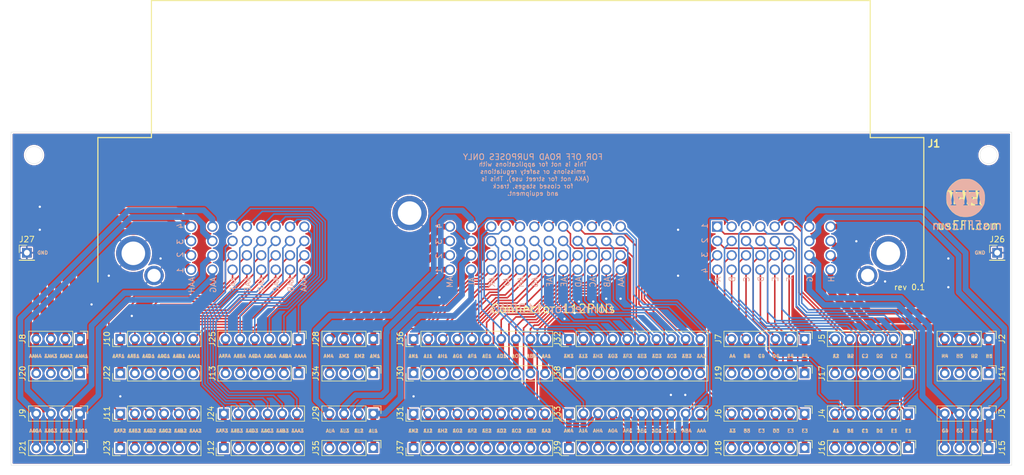
<source format=kicad_pcb>
(kicad_pcb (version 20171130) (host pcbnew "(5.1.7)-1")
  (layers (0 F.Cu signal) (31 B.Cu signal) (34 B.Paste user) (35 F.Paste user) (36 B.SilkS user) (37 F.SilkS user) (38 B.Mask user) (39 F.Mask user) (44 Edge.Cuts user))
  (net 0 "")
  (net 1 Earth)
  (net 2 "Net-(J1-PadAAH1)")
  (net 3 "Net-(J1-PadAAH2)")
  (net 4 "Net-(J1-PadAAH3)")
  (net 5 "Net-(J1-PadAAH4)")
  (net 6 "Net-(J1-PadAAG1)")
  (net 7 "Net-(J1-PadAAG2)")
  (net 8 "Net-(J1-PadAAG3)")
  (net 9 "Net-(J1-PadAAG4)")
  (net 10 "Net-(J1-PadAAF1)")
  (net 11 "Net-(J1-PadAAF2)")
  (net 12 "Net-(J1-PadAAF3)")
  (net 13 "Net-(J1-PadAAF4)")
  (net 14 "Net-(J1-PadAAE1)")
  (net 15 "Net-(J1-PadAAE2)")
  (net 16 "Net-(J1-PadAAE3)")
  (net 17 "Net-(J1-PadAAE4)")
  (net 18 "Net-(J1-PadAAD1)")
  (net 19 "Net-(J1-PadAAD2)")
  (net 20 "Net-(J1-PadAAD3)")
  (net 21 "Net-(J1-PadAAD4)")
  (net 22 "Net-(J1-PadAAC1)")
  (net 23 "Net-(J1-PadAAC2)")
  (net 24 "Net-(J1-PadAAC3)")
  (net 25 "Net-(J1-PadAAC4)")
  (net 26 "Net-(J1-PadAAB1)")
  (net 27 "Net-(J1-PadAAB2)")
  (net 28 "Net-(J1-PadAAB3)")
  (net 29 "Net-(J1-PadAAB4)")
  (net 30 "Net-(J1-PadAAA1)")
  (net 31 "Net-(J1-PadAAA2)")
  (net 32 "Net-(J1-PadAAA3)")
  (net 33 "Net-(J1-PadAAA4)")
  (net 34 "Net-(J1-PadAM1)")
  (net 35 "Net-(J1-PadAM2)")
  (net 36 "Net-(J1-PadAM3)")
  (net 37 "Net-(J1-PadAM4)")
  (net 38 "Net-(J1-PadAL1)")
  (net 39 "Net-(J1-PadAL2)")
  (net 40 "Net-(J1-PadAL3)")
  (net 41 "Net-(J1-PadAL4)")
  (net 42 "Net-(J1-PadAK1)")
  (net 43 "Net-(J1-PadAK2)")
  (net 44 "Net-(J1-PadAK3)")
  (net 45 "Net-(J1-PadAK4)")
  (net 46 "Net-(J1-PadAJ1)")
  (net 47 "Net-(J1-PadAJ2)")
  (net 48 "Net-(J1-PadAJ3)")
  (net 49 "Net-(J1-PadAJ4)")
  (net 50 "Net-(J1-PadAH1)")
  (net 51 "Net-(J1-PadAH2)")
  (net 52 "Net-(J1-PadAH3)")
  (net 53 "Net-(J1-PadAH4)")
  (net 54 "Net-(J1-PadAG1)")
  (net 55 "Net-(J1-PadAG2)")
  (net 56 "Net-(J1-PadAG3)")
  (net 57 "Net-(J1-PadAG4)")
  (net 58 "Net-(J1-PadAF1)")
  (net 59 "Net-(J1-PadAF2)")
  (net 60 "Net-(J1-PadAF3)")
  (net 61 "Net-(J1-PadAF4)")
  (net 62 "Net-(J1-PadAE1)")
  (net 63 "Net-(J1-PadAE2)")
  (net 64 "Net-(J1-PadAE3)")
  (net 65 "Net-(J1-PadAE4)")
  (net 66 "Net-(J1-PadAD1)")
  (net 67 "Net-(J1-PadAD2)")
  (net 68 "Net-(J1-PadAD3)")
  (net 69 "Net-(J1-PadAD4)")
  (net 70 "Net-(J1-PadAC1)")
  (net 71 "Net-(J1-PadAC2)")
  (net 72 "Net-(J1-PadAC3)")
  (net 73 "Net-(J1-PadAC4)")
  (net 74 "Net-(J1-PadAB1)")
  (net 75 "Net-(J1-PadAB2)")
  (net 76 "Net-(J1-PadAB3)")
  (net 77 "Net-(J1-PadAB4)")
  (net 78 "Net-(J1-PadAA1)")
  (net 79 "Net-(J1-PadAA2)")
  (net 80 "Net-(J1-PadAA3)")
  (net 81 "Net-(J1-PadAA4)")
  (net 82 "Net-(J1-PadH4)")
  (net 83 "Net-(J1-PadH3)")
  (net 84 "Net-(J1-PadH2)")
  (net 85 "Net-(J1-PadH1)")
  (net 86 "Net-(J1-PadG4)")
  (net 87 "Net-(J1-PadG3)")
  (net 88 "Net-(J1-PadG2)")
  (net 89 "Net-(J1-PadG1)")
  (net 90 "Net-(J1-PadF4)")
  (net 91 "Net-(J1-PadF3)")
  (net 92 "Net-(J1-PadF2)")
  (net 93 "Net-(J1-PadF1)")
  (net 94 "Net-(J1-PadE4)")
  (net 95 "Net-(J1-PadE3)")
  (net 96 "Net-(J1-PadE2)")
  (net 97 "Net-(J1-PadE1)")
  (net 98 "Net-(J1-PadD4)")
  (net 99 "Net-(J1-PadD3)")
  (net 100 "Net-(J1-PadD2)")
  (net 101 "Net-(J1-PadD1)")
  (net 102 "Net-(J1-PadC4)")
  (net 103 "Net-(J1-PadC3)")
  (net 104 "Net-(J1-PadC2)")
  (net 105 "Net-(J1-PadC1)")
  (net 106 "Net-(J1-PadB4)")
  (net 107 "Net-(J1-PadB3)")
  (net 108 "Net-(J1-PadB2)")
  (net 109 "Net-(J1-PadB1)")
  (net 110 "Net-(J1-PadA4)")
  (net 111 "Net-(J1-PadA3)")
  (net 112 "Net-(J1-PadA2)")
  (net 113 "Net-(J1-PadA1)")
  (module rusefi:LOGO (layer B.Cu) (at 243 73.5 180)
    (fp_text reference G? hide)
    (fp_text value LOGO hide)
  )
  (module rusefi:LOGO (layer F.Cu) (at 243 73.5)
    (fp_text reference G? hide)
    (fp_text value LOGO hide)
  )
  (module rusefi:Off_Road_Disclaimer (layer B.Cu) (at 167.75 69.5 180)
    (fp_text reference G? hide)
    (fp_text value Disclaimer hide)
    (fp_text user "FOR OFF ROAD PURPOSES ONLY" (at 0 3.175) (layer B.SilkS) (effects (justify mirror)))
    (fp_text user "This is not for applications with" (at 0 1.905) (layer B.SilkS) (effects (font (size 0.762 0.762) (thickness 0.127)) (justify mirror)))
    (fp_text user "emissions or safety regulations" (at 0 0.635) (layer B.SilkS) (effects (font (size 0.762 0.762) (thickness 0.127)) (justify mirror)))
    (fp_text user "(AKA not for street use). This is " (at -0.127 -0.635) (layer B.SilkS) (effects (font (size 0.762 0.762) (thickness 0.127)) (justify mirror)))
    (fp_text user "for closed stages, track" (at 0 -1.905) (layer B.SilkS) (effects (font (size 0.762 0.762) (thickness 0.127)) (justify mirror)))
    (fp_text user "and equipment." (at 0 -3.175) (layer B.SilkS) (effects (font (size 0.762 0.762) (thickness 0.127)) (justify mirror)))
  )
  (module rusefi_lib_private:64333-0100_1 (layer F.Cu) (at 167.915001 63.100001)
    (fp_text reference J1 (at 69.584999 0.899999 180) (layer F.SilkS) (effects (font (size 1.27 1.27) (thickness 0.254))))
    (fp_text value 0643330100 hide)
    (fp_text user AA (at 15.2 25 90) (layer B.SilkS) (effects (justify mirror)))
    (fp_text user H (at 51.75 24.5 90) (layer B.SilkS) (effects (justify mirror)))
    (fp_text user G (at 48 24.5 90) (layer B.SilkS) (effects (justify mirror)))
    (fp_text user F (at 44.5 24.5 90) (layer B.SilkS) (effects (justify mirror)))
    (fp_text user E (at 42 24.5 90) (layer B.SilkS) (effects (justify mirror)))
    (fp_text user D (at 39.5 24.5 90) (layer B.SilkS) (effects (justify mirror)))
    (fp_text user C (at 37 24.5 90) (layer B.SilkS) (effects (justify mirror)))
    (fp_text user B (at 34.5 24.5 90) (layer B.SilkS) (effects (justify mirror)))
    (fp_text user A (at 32 24.5 90) (layer B.SilkS) (effects (justify mirror)))
    (fp_text user AB (at 12.75 25 90) (layer B.SilkS) (effects (justify mirror)))
    (fp_text user AC (at 10.25 25 90) (layer B.SilkS) (effects (justify mirror)))
    (fp_text user AD (at 7.75 25 90) (layer B.SilkS) (effects (justify mirror)))
    (fp_text user AE (at 5.25 25 90) (layer B.SilkS) (effects (justify mirror)))
    (fp_text user AF (at 2.75 25 90) (layer B.SilkS) (effects (justify mirror)))
    (fp_text user AG (at 0.2 25 90) (layer B.SilkS) (effects (justify mirror)))
    (fp_text user AH (at -2.25 25 90) (layer B.SilkS) (effects (justify mirror)))
    (fp_text user AJ (at -4.75 25 90) (layer B.SilkS) (effects (justify mirror)))
    (fp_text user AK (at -7.25 25 90) (layer B.SilkS) (effects (justify mirror)))
    (fp_text user AL (at -10.8 25 90) (layer B.SilkS) (effects (justify mirror)))
    (fp_text user 1 (at 29.75 15.25 90) (layer B.SilkS) (effects (justify mirror)))
    (fp_text user 4 (at 29.75 23 90) (layer B.SilkS) (effects (justify mirror)))
    (fp_text user 3 (at 29.75 20.25 90) (layer B.SilkS) (effects (justify mirror)))
    (fp_text user 2 (at 29.75 17.75 90) (layer B.SilkS) (effects (justify mirror)))
    (fp_text user 1 (at -16.5 23 90) (layer B.SilkS) (effects (justify mirror)))
    (fp_text user 4 (at -16.5 15.25 90) (layer B.SilkS) (effects (justify mirror)))
    (fp_text user 3 (at -16.5 18 90) (layer B.SilkS) (effects (justify mirror)))
    (fp_text user 2 (at -16.5 20.5 90) (layer B.SilkS) (effects (justify mirror)))
    (fp_text user 4 (at -61.5 15.25 90) (layer B.SilkS) (effects (justify mirror)))
    (fp_text user 3 (at -61.5 18 90) (layer B.SilkS) (effects (justify mirror)))
    (fp_text user 2 (at -61.5 20.25 90) (layer B.SilkS) (effects (justify mirror)))
    (fp_text user 1 (at -61.5 23 90) (layer B.SilkS) (effects (justify mirror)))
    (fp_text user AM (at -14.6 25 90) (layer B.SilkS) (effects (justify mirror)))
    (fp_text user AAH (at -59.5 25.5 270) (layer B.SilkS) (effects (justify mirror)))
    (fp_text user AAA (at -40 25.4 90) (layer B.SilkS) (effects (justify mirror)))
    (fp_text user AAB (at -42.25 25.4 90) (layer B.SilkS) (effects (justify mirror)))
    (fp_text user AAC (at -44.8 25.4 90) (layer B.SilkS) (effects (justify mirror)))
    (fp_text user AAD (at -47.4 25.4 90) (layer B.SilkS) (effects (justify mirror)))
    (fp_text user AAE (at -49.75 25.4 90) (layer B.SilkS) (effects (justify mirror)))
    (fp_text user AAF (at -52.25 25.4 90) (layer B.SilkS) (effects (justify mirror)))
    (fp_text user AAG (at -55.75 25.5 90) (layer B.SilkS) (effects (justify mirror)))
    (pad A1 thru_hole rect (at 31.9 15.35 180) (size 1.8 1.8) (drill 1.25) (layers *.Cu *.Mask) (net 113 "Net-(J1-PadA1)"))
    (pad A2 thru_hole circle (at 31.9 17.85 180) (size 1.8 1.8) (drill 1.25) (layers *.Cu *.Mask) (net 112 "Net-(J1-PadA2)"))
    (pad A3 thru_hole circle (at 31.9 20.35 180) (size 1.8 1.8) (drill 1.25) (layers *.Cu *.Mask) (net 111 "Net-(J1-PadA3)"))
    (pad A4 thru_hole circle (at 31.9 22.85 180) (size 1.8 1.8) (drill 1.25) (layers *.Cu *.Mask) (net 110 "Net-(J1-PadA4)"))
    (pad B1 thru_hole circle (at 34.4 15.35 180) (size 1.8 1.8) (drill 1.25) (layers *.Cu *.Mask) (net 109 "Net-(J1-PadB1)"))
    (pad B2 thru_hole circle (at 34.4 17.85 180) (size 1.8 1.8) (drill 1.25) (layers *.Cu *.Mask) (net 108 "Net-(J1-PadB2)"))
    (pad B3 thru_hole circle (at 34.4 20.35 180) (size 1.8 1.8) (drill 1.25) (layers *.Cu *.Mask) (net 107 "Net-(J1-PadB3)"))
    (pad B4 thru_hole circle (at 34.4 22.85 180) (size 1.8 1.8) (drill 1.25) (layers *.Cu *.Mask) (net 106 "Net-(J1-PadB4)"))
    (pad C1 thru_hole circle (at 36.9 15.35 180) (size 1.8 1.8) (drill 1.25) (layers *.Cu *.Mask) (net 105 "Net-(J1-PadC1)"))
    (pad C2 thru_hole circle (at 36.9 17.85 180) (size 1.8 1.8) (drill 1.25) (layers *.Cu *.Mask) (net 104 "Net-(J1-PadC2)"))
    (pad C3 thru_hole circle (at 36.9 20.35 180) (size 1.8 1.8) (drill 1.25) (layers *.Cu *.Mask) (net 103 "Net-(J1-PadC3)"))
    (pad C4 thru_hole circle (at 36.9 22.85 180) (size 1.8 1.8) (drill 1.25) (layers *.Cu *.Mask) (net 102 "Net-(J1-PadC4)"))
    (pad D1 thru_hole circle (at 39.4 15.35 180) (size 1.8 1.8) (drill 1.25) (layers *.Cu *.Mask) (net 101 "Net-(J1-PadD1)"))
    (pad D2 thru_hole circle (at 39.4 17.85 180) (size 1.8 1.8) (drill 1.25) (layers *.Cu *.Mask) (net 100 "Net-(J1-PadD2)"))
    (pad D3 thru_hole circle (at 39.4 20.35 180) (size 1.8 1.8) (drill 1.25) (layers *.Cu *.Mask) (net 99 "Net-(J1-PadD3)"))
    (pad D4 thru_hole circle (at 39.4 22.85 180) (size 1.8 1.8) (drill 1.25) (layers *.Cu *.Mask) (net 98 "Net-(J1-PadD4)"))
    (pad E1 thru_hole circle (at 41.9 15.35 180) (size 1.8 1.8) (drill 1.25) (layers *.Cu *.Mask) (net 97 "Net-(J1-PadE1)"))
    (pad E2 thru_hole circle (at 41.9 17.85 180) (size 1.8 1.8) (drill 1.25) (layers *.Cu *.Mask) (net 96 "Net-(J1-PadE2)"))
    (pad E3 thru_hole circle (at 41.9 20.35 180) (size 1.8 1.8) (drill 1.25) (layers *.Cu *.Mask) (net 95 "Net-(J1-PadE3)"))
    (pad E4 thru_hole circle (at 41.9 22.85 180) (size 1.8 1.8) (drill 1.25) (layers *.Cu *.Mask) (net 94 "Net-(J1-PadE4)"))
    (pad F1 thru_hole circle (at 44.4 15.35 180) (size 1.8 1.8) (drill 1.25) (layers *.Cu *.Mask) (net 93 "Net-(J1-PadF1)"))
    (pad F2 thru_hole circle (at 44.4 17.85 180) (size 1.8 1.8) (drill 1.25) (layers *.Cu *.Mask) (net 92 "Net-(J1-PadF2)"))
    (pad F3 thru_hole circle (at 44.4 20.35 180) (size 1.8 1.8) (drill 1.25) (layers *.Cu *.Mask) (net 91 "Net-(J1-PadF3)"))
    (pad F4 thru_hole circle (at 44.4 22.85 180) (size 1.8 1.8) (drill 1.25) (layers *.Cu *.Mask) (net 90 "Net-(J1-PadF4)"))
    (pad G1 thru_hole circle (at 47.9 15.35 180) (size 1.8 1.8) (drill 1.25) (layers *.Cu *.Mask) (net 89 "Net-(J1-PadG1)"))
    (pad G2 thru_hole circle (at 47.9 17.85 180) (size 1.8 1.8) (drill 1.25) (layers *.Cu *.Mask) (net 88 "Net-(J1-PadG2)"))
    (pad G3 thru_hole circle (at 47.9 20.35 180) (size 1.8 1.8) (drill 1.25) (layers *.Cu *.Mask) (net 87 "Net-(J1-PadG3)"))
    (pad G4 thru_hole circle (at 47.9 22.85 180) (size 1.8 1.8) (drill 1.25) (layers *.Cu *.Mask) (net 86 "Net-(J1-PadG4)"))
    (pad H1 thru_hole circle (at 51.6 15.35 180) (size 1.8 1.8) (drill 1.25) (layers *.Cu *.Mask) (net 85 "Net-(J1-PadH1)"))
    (pad H2 thru_hole circle (at 51.6 17.85 180) (size 1.8 1.8) (drill 1.25) (layers *.Cu *.Mask) (net 84 "Net-(J1-PadH2)"))
    (pad H3 thru_hole circle (at 51.6 20.35 180) (size 1.8 1.8) (drill 1.25) (layers *.Cu *.Mask) (net 83 "Net-(J1-PadH3)"))
    (pad H4 thru_hole circle (at 51.6 22.85 180) (size 1.8 1.8) (drill 1.25) (layers *.Cu *.Mask) (net 82 "Net-(J1-PadH4)"))
    (pad AA4 thru_hole circle (at 15.1 15.35 180) (size 1.8 1.8) (drill 1.25) (layers *.Cu *.Mask) (net 81 "Net-(J1-PadAA4)"))
    (pad AA3 thru_hole circle (at 15.1 17.85 180) (size 1.8 1.8) (drill 1.25) (layers *.Cu *.Mask) (net 80 "Net-(J1-PadAA3)"))
    (pad AA2 thru_hole circle (at 15.1 20.35 180) (size 1.8 1.8) (drill 1.25) (layers *.Cu *.Mask) (net 79 "Net-(J1-PadAA2)"))
    (pad AA1 thru_hole circle (at 15.1 22.85 180) (size 1.8 1.8) (drill 1.25) (layers *.Cu *.Mask) (net 78 "Net-(J1-PadAA1)"))
    (pad AB4 thru_hole circle (at 12.6 15.35 180) (size 1.8 1.8) (drill 1.25) (layers *.Cu *.Mask) (net 77 "Net-(J1-PadAB4)"))
    (pad AB3 thru_hole circle (at 12.6 17.85 180) (size 1.8 1.8) (drill 1.25) (layers *.Cu *.Mask) (net 76 "Net-(J1-PadAB3)"))
    (pad AB2 thru_hole circle (at 12.6 20.35 180) (size 1.8 1.8) (drill 1.25) (layers *.Cu *.Mask) (net 75 "Net-(J1-PadAB2)"))
    (pad AB1 thru_hole circle (at 12.6 22.85 180) (size 1.8 1.8) (drill 1.25) (layers *.Cu *.Mask) (net 74 "Net-(J1-PadAB1)"))
    (pad AC4 thru_hole circle (at 10.1 15.35 180) (size 1.8 1.8) (drill 1.25) (layers *.Cu *.Mask) (net 73 "Net-(J1-PadAC4)"))
    (pad AC3 thru_hole circle (at 10.1 17.85 180) (size 1.8 1.8) (drill 1.25) (layers *.Cu *.Mask) (net 72 "Net-(J1-PadAC3)"))
    (pad AC2 thru_hole circle (at 10.1 20.35 180) (size 1.8 1.8) (drill 1.25) (layers *.Cu *.Mask) (net 71 "Net-(J1-PadAC2)"))
    (pad AC1 thru_hole circle (at 10.1 22.85 180) (size 1.8 1.8) (drill 1.25) (layers *.Cu *.Mask) (net 70 "Net-(J1-PadAC1)"))
    (pad AD4 thru_hole circle (at 7.6 15.35 180) (size 1.8 1.8) (drill 1.25) (layers *.Cu *.Mask) (net 69 "Net-(J1-PadAD4)"))
    (pad AD3 thru_hole circle (at 7.6 17.85 180) (size 1.8 1.8) (drill 1.25) (layers *.Cu *.Mask) (net 68 "Net-(J1-PadAD3)"))
    (pad AD2 thru_hole circle (at 7.6 20.35 180) (size 1.8 1.8) (drill 1.25) (layers *.Cu *.Mask) (net 67 "Net-(J1-PadAD2)"))
    (pad AD1 thru_hole circle (at 7.6 22.85 180) (size 1.8 1.8) (drill 1.25) (layers *.Cu *.Mask) (net 66 "Net-(J1-PadAD1)"))
    (pad AE4 thru_hole circle (at 5.1 15.35 180) (size 1.8 1.8) (drill 1.25) (layers *.Cu *.Mask) (net 65 "Net-(J1-PadAE4)"))
    (pad AE3 thru_hole circle (at 5.1 17.85 180) (size 1.8 1.8) (drill 1.25) (layers *.Cu *.Mask) (net 64 "Net-(J1-PadAE3)"))
    (pad AE2 thru_hole circle (at 5.1 20.35 180) (size 1.8 1.8) (drill 1.25) (layers *.Cu *.Mask) (net 63 "Net-(J1-PadAE2)"))
    (pad AE1 thru_hole circle (at 5.1 22.85 180) (size 1.8 1.8) (drill 1.25) (layers *.Cu *.Mask) (net 62 "Net-(J1-PadAE1)"))
    (pad AF4 thru_hole circle (at 2.6 15.35 180) (size 1.8 1.8) (drill 1.25) (layers *.Cu *.Mask) (net 61 "Net-(J1-PadAF4)"))
    (pad AF3 thru_hole circle (at 2.6 17.85 180) (size 1.8 1.8) (drill 1.25) (layers *.Cu *.Mask) (net 60 "Net-(J1-PadAF3)"))
    (pad AF2 thru_hole circle (at 2.6 20.35 180) (size 1.8 1.8) (drill 1.25) (layers *.Cu *.Mask) (net 59 "Net-(J1-PadAF2)"))
    (pad AF1 thru_hole circle (at 2.6 22.85 180) (size 1.8 1.8) (drill 1.25) (layers *.Cu *.Mask) (net 58 "Net-(J1-PadAF1)"))
    (pad AG4 thru_hole circle (at 0.1 15.35 180) (size 1.8 1.8) (drill 1.25) (layers *.Cu *.Mask) (net 57 "Net-(J1-PadAG4)"))
    (pad AG3 thru_hole circle (at 0.1 17.85 180) (size 1.8 1.8) (drill 1.25) (layers *.Cu *.Mask) (net 56 "Net-(J1-PadAG3)"))
    (pad AG2 thru_hole circle (at 0.1 20.35 180) (size 1.8 1.8) (drill 1.25) (layers *.Cu *.Mask) (net 55 "Net-(J1-PadAG2)"))
    (pad AG1 thru_hole circle (at 0.1 22.85 180) (size 1.8 1.8) (drill 1.25) (layers *.Cu *.Mask) (net 54 "Net-(J1-PadAG1)"))
    (pad AH4 thru_hole circle (at -2.4 15.35 180) (size 1.8 1.8) (drill 1.25) (layers *.Cu *.Mask) (net 53 "Net-(J1-PadAH4)"))
    (pad AH3 thru_hole circle (at -2.4 17.85 180) (size 1.8 1.8) (drill 1.25) (layers *.Cu *.Mask) (net 52 "Net-(J1-PadAH3)"))
    (pad AH2 thru_hole circle (at -2.4 20.35 180) (size 1.8 1.8) (drill 1.25) (layers *.Cu *.Mask) (net 51 "Net-(J1-PadAH2)"))
    (pad AH1 thru_hole circle (at -2.4 22.85 180) (size 1.8 1.8) (drill 1.25) (layers *.Cu *.Mask) (net 50 "Net-(J1-PadAH1)"))
    (pad AJ4 thru_hole circle (at -4.9 15.35 180) (size 1.8 1.8) (drill 1.25) (layers *.Cu *.Mask) (net 49 "Net-(J1-PadAJ4)"))
    (pad AJ3 thru_hole circle (at -4.9 17.85 180) (size 1.8 1.8) (drill 1.25) (layers *.Cu *.Mask) (net 48 "Net-(J1-PadAJ3)"))
    (pad AJ2 thru_hole circle (at -4.9 20.35 180) (size 1.8 1.8) (drill 1.25) (layers *.Cu *.Mask) (net 47 "Net-(J1-PadAJ2)"))
    (pad AJ1 thru_hole circle (at -4.9 22.85 180) (size 1.8 1.8) (drill 1.25) (layers *.Cu *.Mask) (net 46 "Net-(J1-PadAJ1)"))
    (pad AK4 thru_hole circle (at -7.4 15.35 180) (size 1.8 1.8) (drill 1.25) (layers *.Cu *.Mask) (net 45 "Net-(J1-PadAK4)"))
    (pad AK3 thru_hole circle (at -7.4 17.85 180) (size 1.8 1.8) (drill 1.25) (layers *.Cu *.Mask) (net 44 "Net-(J1-PadAK3)"))
    (pad AK2 thru_hole circle (at -7.4 20.35 180) (size 1.8 1.8) (drill 1.25) (layers *.Cu *.Mask) (net 43 "Net-(J1-PadAK2)"))
    (pad AK1 thru_hole circle (at -7.4 22.85 180) (size 1.8 1.8) (drill 1.25) (layers *.Cu *.Mask) (net 42 "Net-(J1-PadAK1)"))
    (pad AL4 thru_hole circle (at -10.9 15.35 180) (size 1.8 1.8) (drill 1.25) (layers *.Cu *.Mask) (net 41 "Net-(J1-PadAL4)"))
    (pad AL3 thru_hole circle (at -10.9 17.85 180) (size 1.8 1.8) (drill 1.25) (layers *.Cu *.Mask) (net 40 "Net-(J1-PadAL3)"))
    (pad AL2 thru_hole circle (at -10.9 20.35 180) (size 1.8 1.8) (drill 1.25) (layers *.Cu *.Mask) (net 39 "Net-(J1-PadAL2)"))
    (pad AL1 thru_hole circle (at -10.9 22.85 180) (size 1.8 1.8) (drill 1.25) (layers *.Cu *.Mask) (net 38 "Net-(J1-PadAL1)"))
    (pad AM4 thru_hole circle (at -14.6 15.35 180) (size 1.8 1.8) (drill 1.25) (layers *.Cu *.Mask) (net 37 "Net-(J1-PadAM4)"))
    (pad AM3 thru_hole circle (at -14.6 17.85 180) (size 1.8 1.8) (drill 1.25) (layers *.Cu *.Mask) (net 36 "Net-(J1-PadAM3)"))
    (pad AM2 thru_hole circle (at -14.6 20.35 180) (size 1.8 1.8) (drill 1.25) (layers *.Cu *.Mask) (net 35 "Net-(J1-PadAM2)"))
    (pad AM1 thru_hole circle (at -14.6 22.85 180) (size 1.8 1.8) (drill 1.25) (layers *.Cu *.Mask) (net 34 "Net-(J1-PadAM1)"))
    (pad AAA4 thru_hole circle (at -39.9 15.35 180) (size 1.8 1.8) (drill 1.25) (layers *.Cu *.Mask) (net 33 "Net-(J1-PadAAA4)"))
    (pad AAA3 thru_hole circle (at -39.9 17.85 180) (size 1.8 1.8) (drill 1.25) (layers *.Cu *.Mask) (net 32 "Net-(J1-PadAAA3)"))
    (pad AAA2 thru_hole circle (at -39.9 20.35 180) (size 1.8 1.8) (drill 1.25) (layers *.Cu *.Mask) (net 31 "Net-(J1-PadAAA2)"))
    (pad AAA1 thru_hole circle (at -39.9 22.85 180) (size 1.8 1.8) (drill 1.25) (layers *.Cu *.Mask) (net 30 "Net-(J1-PadAAA1)"))
    (pad AAB4 thru_hole circle (at -42.4 15.35 180) (size 1.8 1.8) (drill 1.25) (layers *.Cu *.Mask) (net 29 "Net-(J1-PadAAB4)"))
    (pad AAB3 thru_hole circle (at -42.4 17.85 180) (size 1.8 1.8) (drill 1.25) (layers *.Cu *.Mask) (net 28 "Net-(J1-PadAAB3)"))
    (pad AAB2 thru_hole circle (at -42.4 20.35 180) (size 1.8 1.8) (drill 1.25) (layers *.Cu *.Mask) (net 27 "Net-(J1-PadAAB2)"))
    (pad AAB1 thru_hole circle (at -42.4 22.85 180) (size 1.8 1.8) (drill 1.25) (layers *.Cu *.Mask) (net 26 "Net-(J1-PadAAB1)"))
    (pad AAC4 thru_hole circle (at -44.9 15.35 180) (size 1.8 1.8) (drill 1.25) (layers *.Cu *.Mask) (net 25 "Net-(J1-PadAAC4)"))
    (pad AAC3 thru_hole circle (at -44.9 17.85 180) (size 1.8 1.8) (drill 1.25) (layers *.Cu *.Mask) (net 24 "Net-(J1-PadAAC3)"))
    (pad AAC2 thru_hole circle (at -44.9 20.35 180) (size 1.8 1.8) (drill 1.25) (layers *.Cu *.Mask) (net 23 "Net-(J1-PadAAC2)"))
    (pad AAC1 thru_hole circle (at -44.9 22.85 180) (size 1.8 1.8) (drill 1.25) (layers *.Cu *.Mask) (net 22 "Net-(J1-PadAAC1)"))
    (pad AAD4 thru_hole circle (at -47.4 15.35 180) (size 1.8 1.8) (drill 1.25) (layers *.Cu *.Mask) (net 21 "Net-(J1-PadAAD4)"))
    (pad AAD3 thru_hole circle (at -47.4 17.85 180) (size 1.8 1.8) (drill 1.25) (layers *.Cu *.Mask) (net 20 "Net-(J1-PadAAD3)"))
    (pad AAD2 thru_hole circle (at -47.4 20.35 180) (size 1.8 1.8) (drill 1.25) (layers *.Cu *.Mask) (net 19 "Net-(J1-PadAAD2)"))
    (pad AAD1 thru_hole circle (at -47.4 22.85 180) (size 1.8 1.8) (drill 1.25) (layers *.Cu *.Mask) (net 18 "Net-(J1-PadAAD1)"))
    (pad AAE4 thru_hole circle (at -49.9 15.35 180) (size 1.8 1.8) (drill 1.25) (layers *.Cu *.Mask) (net 17 "Net-(J1-PadAAE4)"))
    (pad AAE3 thru_hole circle (at -49.9 17.85 180) (size 1.8 1.8) (drill 1.25) (layers *.Cu *.Mask) (net 16 "Net-(J1-PadAAE3)"))
    (pad AAE2 thru_hole circle (at -49.9 20.35 180) (size 1.8 1.8) (drill 1.25) (layers *.Cu *.Mask) (net 15 "Net-(J1-PadAAE2)"))
    (pad AAE1 thru_hole circle (at -49.9 22.85 180) (size 1.8 1.8) (drill 1.25) (layers *.Cu *.Mask) (net 14 "Net-(J1-PadAAE1)"))
    (pad AAF4 thru_hole circle (at -52.4 15.35 180) (size 1.8 1.8) (drill 1.25) (layers *.Cu *.Mask) (net 13 "Net-(J1-PadAAF4)"))
    (pad AAF3 thru_hole circle (at -52.4 17.85 180) (size 1.8 1.8) (drill 1.25) (layers *.Cu *.Mask) (net 12 "Net-(J1-PadAAF3)"))
    (pad AAF2 thru_hole circle (at -52.4 20.35 180) (size 1.8 1.8) (drill 1.25) (layers *.Cu *.Mask) (net 11 "Net-(J1-PadAAF2)"))
    (pad AAF1 thru_hole circle (at -52.4 22.85 180) (size 1.8 1.8) (drill 1.25) (layers *.Cu *.Mask) (net 10 "Net-(J1-PadAAF1)"))
    (pad AAG4 thru_hole circle (at -55.9 15.35 180) (size 1.8 1.8) (drill 1.25) (layers *.Cu *.Mask) (net 9 "Net-(J1-PadAAG4)"))
    (pad AAG3 thru_hole circle (at -55.9 17.85 180) (size 1.8 1.8) (drill 1.25) (layers *.Cu *.Mask) (net 8 "Net-(J1-PadAAG3)"))
    (pad AAG2 thru_hole circle (at -55.9 20.35 180) (size 1.8 1.8) (drill 1.25) (layers *.Cu *.Mask) (net 7 "Net-(J1-PadAAG2)"))
    (pad AAG1 thru_hole circle (at -55.9 22.85 180) (size 1.8 1.8) (drill 1.25) (layers *.Cu *.Mask) (net 6 "Net-(J1-PadAAG1)"))
    (pad AAH4 thru_hole circle (at -59.6 15.35 180) (size 1.8 1.8) (drill 1.25) (layers *.Cu *.Mask) (net 5 "Net-(J1-PadAAH4)"))
    (pad AAH3 thru_hole circle (at -59.6 17.85 180) (size 1.8 1.8) (drill 1.25) (layers *.Cu *.Mask) (net 4 "Net-(J1-PadAAH3)"))
    (pad AAH2 thru_hole circle (at -59.6 20.35 180) (size 1.8 1.8) (drill 1.25) (layers *.Cu *.Mask) (net 3 "Net-(J1-PadAAH2)"))
    (pad AAH1 thru_hole circle (at -59.6 22.85 180) (size 1.8 1.8) (drill 1.25) (layers *.Cu *.Mask) (net 2 "Net-(J1-PadAAH1)"))
    (pad MH1 thru_hole circle (at -69.65 20 180) (size 6 6) (drill 4.1) (layers *.Cu *.Mask) (net 1 Earth))
    (pad MH2 thru_hole circle (at -21.6 13 180) (size 6 6) (drill 4.1) (layers *.Cu *.Mask) (net 1 Earth))
    (pad MH3 thru_hole circle (at 61.65 20 180) (size 6 6) (drill 4.1) (layers *.Cu *.Mask) (net 1 Earth))
    (pad MH5 thru_hole circle (at -66.05 23.85 180) (size 3.4 3.4) (drill 2.3) (layers *.Cu *.Mask) (net 1 Earth))
    (pad MH4 thru_hole circle (at 58.05 23.85 180) (size 3.4 3.4) (drill 2.3) (layers *.Cu *.Mask) (net 1 Earth))
  )
  (module Pin_Headers:Pin_Header_Straight_1x04_Pitch2.54mm (layer F.Cu) (at 247 98 270)
    (fp_text reference J2 (at 0 -2.33 90) (layer F.SilkS))
    (fp_text value Conn_01x04)
    (pad 1 thru_hole rect (at 0 0 270) (size 1.7 1.7) (drill 1) (layers *.Cu *.Mask) (net 85 "Net-(J1-PadH1)"))
    (pad 2 thru_hole oval (at 0 2.54 270) (size 1.7 1.7) (drill 1) (layers *.Cu *.Mask) (net 84 "Net-(J1-PadH2)"))
    (pad 3 thru_hole oval (at 0 5.08 270) (size 1.7 1.7) (drill 1) (layers *.Cu *.Mask) (net 83 "Net-(J1-PadH3)"))
    (pad 4 thru_hole oval (at 0 7.62 270) (size 1.7 1.7) (drill 1) (layers *.Cu *.Mask) (net 82 "Net-(J1-PadH4)"))
  )
  (module Pin_Headers:Pin_Header_Straight_1x04_Pitch2.54mm (layer F.Cu) (at 247 111 270)
    (fp_text reference J3 (at 0 -2.33 90) (layer F.SilkS))
    (fp_text value Conn_01x04)
    (pad 1 thru_hole rect (at 0 0 270) (size 1.7 1.7) (drill 1) (layers *.Cu *.Mask) (net 89 "Net-(J1-PadG1)"))
    (pad 2 thru_hole oval (at 0 2.54 270) (size 1.7 1.7) (drill 1) (layers *.Cu *.Mask) (net 88 "Net-(J1-PadG2)"))
    (pad 3 thru_hole oval (at 0 5.08 270) (size 1.7 1.7) (drill 1) (layers *.Cu *.Mask) (net 87 "Net-(J1-PadG3)"))
    (pad 4 thru_hole oval (at 0 7.62 270) (size 1.7 1.7) (drill 1) (layers *.Cu *.Mask) (net 86 "Net-(J1-PadG4)"))
  )
  (module Pin_Headers:Pin_Header_Straight_1x06_Pitch2.54mm (layer F.Cu) (at 233 111 270)
    (fp_text reference J4 (at 0 15 90) (layer F.SilkS))
    (fp_text value Conn_01x06)
    (pad 1 thru_hole rect (at 0 0 270) (size 1.7 1.7) (drill 1) (layers *.Cu *.Mask) (net 93 "Net-(J1-PadF1)"))
    (pad 2 thru_hole oval (at 0 2.54 270) (size 1.7 1.7) (drill 1) (layers *.Cu *.Mask) (net 97 "Net-(J1-PadE1)"))
    (pad 3 thru_hole oval (at 0 5.08 270) (size 1.7 1.7) (drill 1) (layers *.Cu *.Mask) (net 101 "Net-(J1-PadD1)"))
    (pad 4 thru_hole oval (at 0 7.62 270) (size 1.7 1.7) (drill 1) (layers *.Cu *.Mask) (net 105 "Net-(J1-PadC1)"))
    (pad 5 thru_hole oval (at 0 10.16 270) (size 1.7 1.7) (drill 1) (layers *.Cu *.Mask) (net 109 "Net-(J1-PadB1)"))
    (pad 6 thru_hole oval (at 0 12.7 270) (size 1.7 1.7) (drill 1) (layers *.Cu *.Mask) (net 113 "Net-(J1-PadA1)"))
  )
  (module Pin_Headers:Pin_Header_Straight_1x06_Pitch2.54mm (layer F.Cu) (at 233 98 270)
    (fp_text reference J5 (at 0 15 90) (layer F.SilkS))
    (fp_text value Conn_01x06)
    (pad 6 thru_hole oval (at 0 12.7 270) (size 1.7 1.7) (drill 1) (layers *.Cu *.Mask) (net 112 "Net-(J1-PadA2)"))
    (pad 5 thru_hole oval (at 0 10.16 270) (size 1.7 1.7) (drill 1) (layers *.Cu *.Mask) (net 108 "Net-(J1-PadB2)"))
    (pad 4 thru_hole oval (at 0 7.62 270) (size 1.7 1.7) (drill 1) (layers *.Cu *.Mask) (net 104 "Net-(J1-PadC2)"))
    (pad 3 thru_hole oval (at 0 5.08 270) (size 1.7 1.7) (drill 1) (layers *.Cu *.Mask) (net 100 "Net-(J1-PadD2)"))
    (pad 2 thru_hole oval (at 0 2.54 270) (size 1.7 1.7) (drill 1) (layers *.Cu *.Mask) (net 96 "Net-(J1-PadE2)"))
    (pad 1 thru_hole rect (at 0 0 270) (size 1.7 1.7) (drill 1) (layers *.Cu *.Mask) (net 92 "Net-(J1-PadF2)"))
  )
  (module Pin_Headers:Pin_Header_Straight_1x06_Pitch2.54mm (layer F.Cu) (at 215 111 270)
    (fp_text reference J6 (at 0 15 90) (layer F.SilkS))
    (fp_text value Conn_01x06)
    (pad 6 thru_hole oval (at 0 12.7 270) (size 1.7 1.7) (drill 1) (layers *.Cu *.Mask) (net 111 "Net-(J1-PadA3)"))
    (pad 5 thru_hole oval (at 0 10.16 270) (size 1.7 1.7) (drill 1) (layers *.Cu *.Mask) (net 107 "Net-(J1-PadB3)"))
    (pad 4 thru_hole oval (at 0 7.62 270) (size 1.7 1.7) (drill 1) (layers *.Cu *.Mask) (net 103 "Net-(J1-PadC3)"))
    (pad 3 thru_hole oval (at 0 5.08 270) (size 1.7 1.7) (drill 1) (layers *.Cu *.Mask) (net 99 "Net-(J1-PadD3)"))
    (pad 2 thru_hole oval (at 0 2.54 270) (size 1.7 1.7) (drill 1) (layers *.Cu *.Mask) (net 95 "Net-(J1-PadE3)"))
    (pad 1 thru_hole rect (at 0 0 270) (size 1.7 1.7) (drill 1) (layers *.Cu *.Mask) (net 91 "Net-(J1-PadF3)"))
  )
  (module Pin_Headers:Pin_Header_Straight_1x06_Pitch2.54mm (layer F.Cu) (at 215 98 270)
    (fp_text reference J7 (at 0 15 90) (layer F.SilkS))
    (fp_text value Conn_01x06)
    (pad 1 thru_hole rect (at 0 0 270) (size 1.7 1.7) (drill 1) (layers *.Cu *.Mask) (net 90 "Net-(J1-PadF4)"))
    (pad 2 thru_hole oval (at 0 2.54 270) (size 1.7 1.7) (drill 1) (layers *.Cu *.Mask) (net 94 "Net-(J1-PadE4)"))
    (pad 3 thru_hole oval (at 0 5.08 270) (size 1.7 1.7) (drill 1) (layers *.Cu *.Mask) (net 98 "Net-(J1-PadD4)"))
    (pad 4 thru_hole oval (at 0 7.62 270) (size 1.7 1.7) (drill 1) (layers *.Cu *.Mask) (net 102 "Net-(J1-PadC4)"))
    (pad 5 thru_hole oval (at 0 10.16 270) (size 1.7 1.7) (drill 1) (layers *.Cu *.Mask) (net 106 "Net-(J1-PadB4)"))
    (pad 6 thru_hole oval (at 0 12.7 270) (size 1.7 1.7) (drill 1) (layers *.Cu *.Mask) (net 110 "Net-(J1-PadA4)"))
  )
  (module Pin_Headers:Pin_Header_Straight_1x04_Pitch2.54mm (layer F.Cu) (at 89 98 270)
    (fp_text reference J8 (at 0 10 90) (layer F.SilkS))
    (fp_text value Conn_01x04)
    (pad 1 thru_hole rect (at 0 0 270) (size 1.7 1.7) (drill 1) (layers *.Cu *.Mask) (net 2 "Net-(J1-PadAAH1)"))
    (pad 2 thru_hole oval (at 0 2.54 270) (size 1.7 1.7) (drill 1) (layers *.Cu *.Mask) (net 3 "Net-(J1-PadAAH2)"))
    (pad 3 thru_hole oval (at 0 5.08 270) (size 1.7 1.7) (drill 1) (layers *.Cu *.Mask) (net 4 "Net-(J1-PadAAH3)"))
    (pad 4 thru_hole oval (at 0 7.62 270) (size 1.7 1.7) (drill 1) (layers *.Cu *.Mask) (net 5 "Net-(J1-PadAAH4)"))
  )
  (module Pin_Headers:Pin_Header_Straight_1x04_Pitch2.54mm (layer F.Cu) (at 89 111 270)
    (fp_text reference J9 (at 0 10 90) (layer F.SilkS))
    (fp_text value Conn_01x04)
    (pad 1 thru_hole rect (at 0 0 270) (size 1.7 1.7) (drill 1) (layers *.Cu *.Mask) (net 6 "Net-(J1-PadAAG1)"))
    (pad 2 thru_hole oval (at 0 2.54 270) (size 1.7 1.7) (drill 1) (layers *.Cu *.Mask) (net 7 "Net-(J1-PadAAG2)"))
    (pad 3 thru_hole oval (at 0 5.08 270) (size 1.7 1.7) (drill 1) (layers *.Cu *.Mask) (net 8 "Net-(J1-PadAAG3)"))
    (pad 4 thru_hole oval (at 0 7.62 270) (size 1.7 1.7) (drill 1) (layers *.Cu *.Mask) (net 9 "Net-(J1-PadAAG4)"))
  )
  (module Pin_Headers:Pin_Header_Straight_1x06_Pitch2.54mm (layer F.Cu) (at 96 98 90)
    (fp_text reference J10 (at 0 -2.33 90) (layer F.SilkS))
    (fp_text value Conn_01x06)
    (pad 1 thru_hole rect (at 0 0 90) (size 1.7 1.7) (drill 1) (layers *.Cu *.Mask) (net 10 "Net-(J1-PadAAF1)"))
    (pad 2 thru_hole oval (at 0 2.54 90) (size 1.7 1.7) (drill 1) (layers *.Cu *.Mask) (net 14 "Net-(J1-PadAAE1)"))
    (pad 3 thru_hole oval (at 0 5.08 90) (size 1.7 1.7) (drill 1) (layers *.Cu *.Mask) (net 18 "Net-(J1-PadAAD1)"))
    (pad 4 thru_hole oval (at 0 7.62 90) (size 1.7 1.7) (drill 1) (layers *.Cu *.Mask) (net 22 "Net-(J1-PadAAC1)"))
    (pad 5 thru_hole oval (at 0 10.16 90) (size 1.7 1.7) (drill 1) (layers *.Cu *.Mask) (net 26 "Net-(J1-PadAAB1)"))
    (pad 6 thru_hole oval (at 0 12.7 90) (size 1.7 1.7) (drill 1) (layers *.Cu *.Mask) (net 30 "Net-(J1-PadAAA1)"))
  )
  (module Pin_Headers:Pin_Header_Straight_1x06_Pitch2.54mm (layer F.Cu) (at 96 111 90)
    (fp_text reference J11 (at 0 -2.33 90) (layer F.SilkS))
    (fp_text value Conn_01x06)
    (pad 1 thru_hole rect (at 0 0 90) (size 1.7 1.7) (drill 1) (layers *.Cu *.Mask) (net 11 "Net-(J1-PadAAF2)"))
    (pad 2 thru_hole oval (at 0 2.54 90) (size 1.7 1.7) (drill 1) (layers *.Cu *.Mask) (net 15 "Net-(J1-PadAAE2)"))
    (pad 3 thru_hole oval (at 0 5.08 90) (size 1.7 1.7) (drill 1) (layers *.Cu *.Mask) (net 19 "Net-(J1-PadAAD2)"))
    (pad 4 thru_hole oval (at 0 7.62 90) (size 1.7 1.7) (drill 1) (layers *.Cu *.Mask) (net 23 "Net-(J1-PadAAC2)"))
    (pad 5 thru_hole oval (at 0 10.16 90) (size 1.7 1.7) (drill 1) (layers *.Cu *.Mask) (net 27 "Net-(J1-PadAAB2)"))
    (pad 6 thru_hole oval (at 0 12.7 90) (size 1.7 1.7) (drill 1) (layers *.Cu *.Mask) (net 31 "Net-(J1-PadAAA2)"))
  )
  (module Pin_Headers:Pin_Header_Straight_1x06_Pitch2.54mm (layer F.Cu) (at 114 117 90)
    (fp_text reference J12 (at 0 -2.25 90) (layer F.SilkS))
    (fp_text value Conn_01x06)
    (pad 1 thru_hole rect (at 0 0 90) (size 1.7 1.7) (drill 1) (layers *.Cu *.Mask) (net 12 "Net-(J1-PadAAF3)"))
    (pad 2 thru_hole oval (at 0 2.54 90) (size 1.7 1.7) (drill 1) (layers *.Cu *.Mask) (net 16 "Net-(J1-PadAAE3)"))
    (pad 3 thru_hole oval (at 0 5.08 90) (size 1.7 1.7) (drill 1) (layers *.Cu *.Mask) (net 20 "Net-(J1-PadAAD3)"))
    (pad 4 thru_hole oval (at 0 7.62 90) (size 1.7 1.7) (drill 1) (layers *.Cu *.Mask) (net 24 "Net-(J1-PadAAC3)"))
    (pad 5 thru_hole oval (at 0 10.16 90) (size 1.7 1.7) (drill 1) (layers *.Cu *.Mask) (net 28 "Net-(J1-PadAAB3)"))
    (pad 6 thru_hole oval (at 0 12.7 90) (size 1.7 1.7) (drill 1) (layers *.Cu *.Mask) (net 32 "Net-(J1-PadAAA3)"))
  )
  (module Pin_Headers:Pin_Header_Straight_1x06_Pitch2.54mm (layer F.Cu) (at 127 104 270)
    (fp_text reference J13 (at 0 15 90) (layer F.SilkS))
    (fp_text value Conn_01x06)
    (pad 1 thru_hole rect (at 0 0 270) (size 1.7 1.7) (drill 1) (layers *.Cu *.Mask) (net 13 "Net-(J1-PadAAF4)"))
    (pad 2 thru_hole oval (at 0 2.54 270) (size 1.7 1.7) (drill 1) (layers *.Cu *.Mask) (net 17 "Net-(J1-PadAAE4)"))
    (pad 3 thru_hole oval (at 0 5.08 270) (size 1.7 1.7) (drill 1) (layers *.Cu *.Mask) (net 21 "Net-(J1-PadAAD4)"))
    (pad 4 thru_hole oval (at 0 7.62 270) (size 1.7 1.7) (drill 1) (layers *.Cu *.Mask) (net 25 "Net-(J1-PadAAC4)"))
    (pad 5 thru_hole oval (at 0 10.16 270) (size 1.7 1.7) (drill 1) (layers *.Cu *.Mask) (net 29 "Net-(J1-PadAAB4)"))
    (pad 6 thru_hole oval (at 0 12.7 270) (size 1.7 1.7) (drill 1) (layers *.Cu *.Mask) (net 33 "Net-(J1-PadAAA4)"))
  )
  (module Pin_Headers:Pin_Header_Straight_1x04_Pitch2.54mm (layer F.Cu) (at 247 104 270)
    (fp_text reference J14 (at 0 -2.33 90) (layer F.SilkS))
    (fp_text value Conn_01x04)
    (pad 4 thru_hole oval (at 0 7.62 270) (size 1.7 1.7) (drill 1) (layers *.Cu *.Mask) (net 82 "Net-(J1-PadH4)"))
    (pad 3 thru_hole oval (at 0 5.08 270) (size 1.7 1.7) (drill 1) (layers *.Cu *.Mask) (net 83 "Net-(J1-PadH3)"))
    (pad 2 thru_hole oval (at 0 2.54 270) (size 1.7 1.7) (drill 1) (layers *.Cu *.Mask) (net 84 "Net-(J1-PadH2)"))
    (pad 1 thru_hole rect (at 0 0 270) (size 1.7 1.7) (drill 1) (layers *.Cu *.Mask) (net 85 "Net-(J1-PadH1)"))
  )
  (module Pin_Headers:Pin_Header_Straight_1x04_Pitch2.54mm (layer F.Cu) (at 247 117 270)
    (fp_text reference J15 (at 0 -2.33 90) (layer F.SilkS))
    (fp_text value Conn_01x04)
    (pad 4 thru_hole oval (at 0 7.62 270) (size 1.7 1.7) (drill 1) (layers *.Cu *.Mask) (net 86 "Net-(J1-PadG4)"))
    (pad 3 thru_hole oval (at 0 5.08 270) (size 1.7 1.7) (drill 1) (layers *.Cu *.Mask) (net 87 "Net-(J1-PadG3)"))
    (pad 2 thru_hole oval (at 0 2.54 270) (size 1.7 1.7) (drill 1) (layers *.Cu *.Mask) (net 88 "Net-(J1-PadG2)"))
    (pad 1 thru_hole rect (at 0 0 270) (size 1.7 1.7) (drill 1) (layers *.Cu *.Mask) (net 89 "Net-(J1-PadG1)"))
  )
  (module Pin_Headers:Pin_Header_Straight_1x06_Pitch2.54mm (layer F.Cu) (at 233 117 270)
    (fp_text reference J16 (at 0 15 90) (layer F.SilkS))
    (fp_text value Conn_01x06)
    (pad 6 thru_hole oval (at 0 12.7 270) (size 1.7 1.7) (drill 1) (layers *.Cu *.Mask) (net 113 "Net-(J1-PadA1)"))
    (pad 5 thru_hole oval (at 0 10.16 270) (size 1.7 1.7) (drill 1) (layers *.Cu *.Mask) (net 109 "Net-(J1-PadB1)"))
    (pad 4 thru_hole oval (at 0 7.62 270) (size 1.7 1.7) (drill 1) (layers *.Cu *.Mask) (net 105 "Net-(J1-PadC1)"))
    (pad 3 thru_hole oval (at 0 5.08 270) (size 1.7 1.7) (drill 1) (layers *.Cu *.Mask) (net 101 "Net-(J1-PadD1)"))
    (pad 2 thru_hole oval (at 0 2.54 270) (size 1.7 1.7) (drill 1) (layers *.Cu *.Mask) (net 97 "Net-(J1-PadE1)"))
    (pad 1 thru_hole rect (at 0 0 270) (size 1.7 1.7) (drill 1) (layers *.Cu *.Mask) (net 93 "Net-(J1-PadF1)"))
  )
  (module Pin_Headers:Pin_Header_Straight_1x06_Pitch2.54mm (layer F.Cu) (at 233 104 270)
    (fp_text reference J17 (at 0 15 90) (layer F.SilkS))
    (fp_text value Conn_01x06)
    (pad 1 thru_hole rect (at 0 0 270) (size 1.7 1.7) (drill 1) (layers *.Cu *.Mask) (net 92 "Net-(J1-PadF2)"))
    (pad 2 thru_hole oval (at 0 2.54 270) (size 1.7 1.7) (drill 1) (layers *.Cu *.Mask) (net 96 "Net-(J1-PadE2)"))
    (pad 3 thru_hole oval (at 0 5.08 270) (size 1.7 1.7) (drill 1) (layers *.Cu *.Mask) (net 100 "Net-(J1-PadD2)"))
    (pad 4 thru_hole oval (at 0 7.62 270) (size 1.7 1.7) (drill 1) (layers *.Cu *.Mask) (net 104 "Net-(J1-PadC2)"))
    (pad 5 thru_hole oval (at 0 10.16 270) (size 1.7 1.7) (drill 1) (layers *.Cu *.Mask) (net 108 "Net-(J1-PadB2)"))
    (pad 6 thru_hole oval (at 0 12.7 270) (size 1.7 1.7) (drill 1) (layers *.Cu *.Mask) (net 112 "Net-(J1-PadA2)"))
  )
  (module Pin_Headers:Pin_Header_Straight_1x06_Pitch2.54mm (layer F.Cu) (at 215 117 270)
    (fp_text reference J18 (at 0 15 90) (layer F.SilkS))
    (fp_text value Conn_01x06)
    (pad 1 thru_hole rect (at 0 0 270) (size 1.7 1.7) (drill 1) (layers *.Cu *.Mask) (net 91 "Net-(J1-PadF3)"))
    (pad 2 thru_hole oval (at 0 2.54 270) (size 1.7 1.7) (drill 1) (layers *.Cu *.Mask) (net 95 "Net-(J1-PadE3)"))
    (pad 3 thru_hole oval (at 0 5.08 270) (size 1.7 1.7) (drill 1) (layers *.Cu *.Mask) (net 99 "Net-(J1-PadD3)"))
    (pad 4 thru_hole oval (at 0 7.62 270) (size 1.7 1.7) (drill 1) (layers *.Cu *.Mask) (net 103 "Net-(J1-PadC3)"))
    (pad 5 thru_hole oval (at 0 10.16 270) (size 1.7 1.7) (drill 1) (layers *.Cu *.Mask) (net 107 "Net-(J1-PadB3)"))
    (pad 6 thru_hole oval (at 0 12.7 270) (size 1.7 1.7) (drill 1) (layers *.Cu *.Mask) (net 111 "Net-(J1-PadA3)"))
  )
  (module Pin_Headers:Pin_Header_Straight_1x06_Pitch2.54mm (layer F.Cu) (at 215 104 270)
    (fp_text reference J19 (at 0 15 90) (layer F.SilkS))
    (fp_text value Conn_01x06)
    (pad 6 thru_hole oval (at 0 12.7 270) (size 1.7 1.7) (drill 1) (layers *.Cu *.Mask) (net 110 "Net-(J1-PadA4)"))
    (pad 5 thru_hole oval (at 0 10.16 270) (size 1.7 1.7) (drill 1) (layers *.Cu *.Mask) (net 106 "Net-(J1-PadB4)"))
    (pad 4 thru_hole oval (at 0 7.62 270) (size 1.7 1.7) (drill 1) (layers *.Cu *.Mask) (net 102 "Net-(J1-PadC4)"))
    (pad 3 thru_hole oval (at 0 5.08 270) (size 1.7 1.7) (drill 1) (layers *.Cu *.Mask) (net 98 "Net-(J1-PadD4)"))
    (pad 2 thru_hole oval (at 0 2.54 270) (size 1.7 1.7) (drill 1) (layers *.Cu *.Mask) (net 94 "Net-(J1-PadE4)"))
    (pad 1 thru_hole rect (at 0 0 270) (size 1.7 1.7) (drill 1) (layers *.Cu *.Mask) (net 90 "Net-(J1-PadF4)"))
  )
  (module Pin_Headers:Pin_Header_Straight_1x04_Pitch2.54mm (layer F.Cu) (at 89 104 270)
    (fp_text reference J20 (at 0 10 90) (layer F.SilkS))
    (fp_text value Conn_01x04)
    (pad 4 thru_hole oval (at 0 7.62 270) (size 1.7 1.7) (drill 1) (layers *.Cu *.Mask) (net 5 "Net-(J1-PadAAH4)"))
    (pad 3 thru_hole oval (at 0 5.08 270) (size 1.7 1.7) (drill 1) (layers *.Cu *.Mask) (net 4 "Net-(J1-PadAAH3)"))
    (pad 2 thru_hole oval (at 0 2.54 270) (size 1.7 1.7) (drill 1) (layers *.Cu *.Mask) (net 3 "Net-(J1-PadAAH2)"))
    (pad 1 thru_hole rect (at 0 0 270) (size 1.7 1.7) (drill 1) (layers *.Cu *.Mask) (net 2 "Net-(J1-PadAAH1)"))
  )
  (module Pin_Headers:Pin_Header_Straight_1x04_Pitch2.54mm (layer F.Cu) (at 89 117 270)
    (fp_text reference J21 (at 0 10 90) (layer F.SilkS))
    (fp_text value Conn_01x04)
    (pad 4 thru_hole oval (at 0 7.62 270) (size 1.7 1.7) (drill 1) (layers *.Cu *.Mask) (net 9 "Net-(J1-PadAAG4)"))
    (pad 3 thru_hole oval (at 0 5.08 270) (size 1.7 1.7) (drill 1) (layers *.Cu *.Mask) (net 8 "Net-(J1-PadAAG3)"))
    (pad 2 thru_hole oval (at 0 2.54 270) (size 1.7 1.7) (drill 1) (layers *.Cu *.Mask) (net 7 "Net-(J1-PadAAG2)"))
    (pad 1 thru_hole rect (at 0 0 270) (size 1.7 1.7) (drill 1) (layers *.Cu *.Mask) (net 6 "Net-(J1-PadAAG1)"))
  )
  (module Pin_Headers:Pin_Header_Straight_1x06_Pitch2.54mm (layer F.Cu) (at 96 104 90)
    (fp_text reference J22 (at 0 -2.33 90) (layer F.SilkS))
    (fp_text value Conn_01x06)
    (pad 6 thru_hole oval (at 0 12.7 90) (size 1.7 1.7) (drill 1) (layers *.Cu *.Mask) (net 30 "Net-(J1-PadAAA1)"))
    (pad 5 thru_hole oval (at 0 10.16 90) (size 1.7 1.7) (drill 1) (layers *.Cu *.Mask) (net 26 "Net-(J1-PadAAB1)"))
    (pad 4 thru_hole oval (at 0 7.62 90) (size 1.7 1.7) (drill 1) (layers *.Cu *.Mask) (net 22 "Net-(J1-PadAAC1)"))
    (pad 3 thru_hole oval (at 0 5.08 90) (size 1.7 1.7) (drill 1) (layers *.Cu *.Mask) (net 18 "Net-(J1-PadAAD1)"))
    (pad 2 thru_hole oval (at 0 2.54 90) (size 1.7 1.7) (drill 1) (layers *.Cu *.Mask) (net 14 "Net-(J1-PadAAE1)"))
    (pad 1 thru_hole rect (at 0 0 90) (size 1.7 1.7) (drill 1) (layers *.Cu *.Mask) (net 10 "Net-(J1-PadAAF1)"))
  )
  (module Pin_Headers:Pin_Header_Straight_1x06_Pitch2.54mm (layer F.Cu) (at 96 117 90)
    (fp_text reference J23 (at 0 -2.33 90) (layer F.SilkS))
    (fp_text value Conn_01x06)
    (pad 6 thru_hole oval (at 0 12.7 90) (size 1.7 1.7) (drill 1) (layers *.Cu *.Mask) (net 31 "Net-(J1-PadAAA2)"))
    (pad 5 thru_hole oval (at 0 10.16 90) (size 1.7 1.7) (drill 1) (layers *.Cu *.Mask) (net 27 "Net-(J1-PadAAB2)"))
    (pad 4 thru_hole oval (at 0 7.62 90) (size 1.7 1.7) (drill 1) (layers *.Cu *.Mask) (net 23 "Net-(J1-PadAAC2)"))
    (pad 3 thru_hole oval (at 0 5.08 90) (size 1.7 1.7) (drill 1) (layers *.Cu *.Mask) (net 19 "Net-(J1-PadAAD2)"))
    (pad 2 thru_hole oval (at 0 2.54 90) (size 1.7 1.7) (drill 1) (layers *.Cu *.Mask) (net 15 "Net-(J1-PadAAE2)"))
    (pad 1 thru_hole rect (at 0 0 90) (size 1.7 1.7) (drill 1) (layers *.Cu *.Mask) (net 11 "Net-(J1-PadAAF2)"))
  )
  (module Pin_Headers:Pin_Header_Straight_1x06_Pitch2.54mm (layer F.Cu) (at 114 111 90)
    (fp_text reference J24 (at 0 -2.25 90) (layer F.SilkS))
    (fp_text value Conn_01x06)
    (pad 6 thru_hole oval (at 0 12.7 90) (size 1.7 1.7) (drill 1) (layers *.Cu *.Mask) (net 32 "Net-(J1-PadAAA3)"))
    (pad 5 thru_hole oval (at 0 10.16 90) (size 1.7 1.7) (drill 1) (layers *.Cu *.Mask) (net 28 "Net-(J1-PadAAB3)"))
    (pad 4 thru_hole oval (at 0 7.62 90) (size 1.7 1.7) (drill 1) (layers *.Cu *.Mask) (net 24 "Net-(J1-PadAAC3)"))
    (pad 3 thru_hole oval (at 0 5.08 90) (size 1.7 1.7) (drill 1) (layers *.Cu *.Mask) (net 20 "Net-(J1-PadAAD3)"))
    (pad 2 thru_hole oval (at 0 2.54 90) (size 1.7 1.7) (drill 1) (layers *.Cu *.Mask) (net 16 "Net-(J1-PadAAE3)"))
    (pad 1 thru_hole rect (at 0 0 90) (size 1.7 1.7) (drill 1) (layers *.Cu *.Mask) (net 12 "Net-(J1-PadAAF3)"))
  )
  (module Pin_Headers:Pin_Header_Straight_1x06_Pitch2.54mm (layer F.Cu) (at 127 98 270)
    (fp_text reference J25 (at 0 15 90) (layer F.SilkS))
    (fp_text value Conn_01x06)
    (pad 6 thru_hole oval (at 0 12.7 270) (size 1.7 1.7) (drill 1) (layers *.Cu *.Mask) (net 33 "Net-(J1-PadAAA4)"))
    (pad 5 thru_hole oval (at 0 10.16 270) (size 1.7 1.7) (drill 1) (layers *.Cu *.Mask) (net 29 "Net-(J1-PadAAB4)"))
    (pad 4 thru_hole oval (at 0 7.62 270) (size 1.7 1.7) (drill 1) (layers *.Cu *.Mask) (net 25 "Net-(J1-PadAAC4)"))
    (pad 3 thru_hole oval (at 0 5.08 270) (size 1.7 1.7) (drill 1) (layers *.Cu *.Mask) (net 21 "Net-(J1-PadAAD4)"))
    (pad 2 thru_hole oval (at 0 2.54 270) (size 1.7 1.7) (drill 1) (layers *.Cu *.Mask) (net 17 "Net-(J1-PadAAE4)"))
    (pad 1 thru_hole rect (at 0 0 270) (size 1.7 1.7) (drill 1) (layers *.Cu *.Mask) (net 13 "Net-(J1-PadAAF4)"))
  )
  (module Pin_Headers:Pin_Header_Straight_1x01_Pitch2.54mm (layer F.Cu) (at 248.5 83)
    (fp_text reference J26 (at 0 -2.33) (layer F.SilkS))
    (fp_text value Conn_01x01)
    (pad 1 thru_hole rect (at 0 0) (size 1.7 1.7) (drill 1) (layers *.Cu *.Mask) (net 1 Earth))
  )
  (module Pin_Headers:Pin_Header_Straight_1x01_Pitch2.54mm (layer F.Cu) (at 79.75 83)
    (fp_text reference J27 (at 0 -2.33) (layer F.SilkS))
    (fp_text value Conn_01x01)
    (pad 1 thru_hole rect (at 0 0) (size 1.7 1.7) (drill 1) (layers *.Cu *.Mask) (net 1 Earth))
  )
  (module Pin_Headers:Pin_Header_Straight_1x04_Pitch2.54mm (layer F.Cu) (at 140 98 270)
    (fp_text reference J28 (at 0 10 90) (layer F.SilkS))
    (fp_text value Conn_01x04)
    (pad 4 thru_hole oval (at 0 7.62 270) (size 1.7 1.7) (drill 1) (layers *.Cu *.Mask) (net 37 "Net-(J1-PadAM4)"))
    (pad 3 thru_hole oval (at 0 5.08 270) (size 1.7 1.7) (drill 1) (layers *.Cu *.Mask) (net 36 "Net-(J1-PadAM3)"))
    (pad 2 thru_hole oval (at 0 2.54 270) (size 1.7 1.7) (drill 1) (layers *.Cu *.Mask) (net 35 "Net-(J1-PadAM2)"))
    (pad 1 thru_hole rect (at 0 0 270) (size 1.7 1.7) (drill 1) (layers *.Cu *.Mask) (net 34 "Net-(J1-PadAM1)"))
  )
  (module Pin_Headers:Pin_Header_Straight_1x04_Pitch2.54mm (layer F.Cu) (at 140 111 270)
    (fp_text reference J29 (at 0 10 90) (layer F.SilkS))
    (fp_text value Conn_01x04)
    (pad 4 thru_hole oval (at 0 7.62 270) (size 1.7 1.7) (drill 1) (layers *.Cu *.Mask) (net 41 "Net-(J1-PadAL4)"))
    (pad 3 thru_hole oval (at 0 5.08 270) (size 1.7 1.7) (drill 1) (layers *.Cu *.Mask) (net 40 "Net-(J1-PadAL3)"))
    (pad 2 thru_hole oval (at 0 2.54 270) (size 1.7 1.7) (drill 1) (layers *.Cu *.Mask) (net 39 "Net-(J1-PadAL2)"))
    (pad 1 thru_hole rect (at 0 0 270) (size 1.7 1.7) (drill 1) (layers *.Cu *.Mask) (net 38 "Net-(J1-PadAL1)"))
  )
  (module Pin_Headers:Pin_Header_Straight_1x10_Pitch2.54mm (layer F.Cu) (at 147 104 90)
    (fp_text reference J30 (at 0 -2.33 90) (layer F.SilkS))
    (fp_text value Conn_01x10)
    (pad 1 thru_hole rect (at 0 0 90) (size 1.7 1.7) (drill 1) (layers *.Cu *.Mask) (net 42 "Net-(J1-PadAK1)"))
    (pad 2 thru_hole oval (at 0 2.54 90) (size 1.7 1.7) (drill 1) (layers *.Cu *.Mask) (net 46 "Net-(J1-PadAJ1)"))
    (pad 3 thru_hole oval (at 0 5.08 90) (size 1.7 1.7) (drill 1) (layers *.Cu *.Mask) (net 50 "Net-(J1-PadAH1)"))
    (pad 4 thru_hole oval (at 0 7.62 90) (size 1.7 1.7) (drill 1) (layers *.Cu *.Mask) (net 54 "Net-(J1-PadAG1)"))
    (pad 5 thru_hole oval (at 0 10.16 90) (size 1.7 1.7) (drill 1) (layers *.Cu *.Mask) (net 58 "Net-(J1-PadAF1)"))
    (pad 6 thru_hole oval (at 0 12.7 90) (size 1.7 1.7) (drill 1) (layers *.Cu *.Mask) (net 62 "Net-(J1-PadAE1)"))
    (pad 7 thru_hole oval (at 0 15.24 90) (size 1.7 1.7) (drill 1) (layers *.Cu *.Mask) (net 66 "Net-(J1-PadAD1)"))
    (pad 8 thru_hole oval (at 0 17.78 90) (size 1.7 1.7) (drill 1) (layers *.Cu *.Mask) (net 70 "Net-(J1-PadAC1)"))
    (pad 9 thru_hole oval (at 0 20.32 90) (size 1.7 1.7) (drill 1) (layers *.Cu *.Mask) (net 74 "Net-(J1-PadAB1)"))
    (pad 10 thru_hole oval (at 0 22.86 90) (size 1.7 1.7) (drill 1) (layers *.Cu *.Mask) (net 78 "Net-(J1-PadAA1)"))
  )
  (module Pin_Headers:Pin_Header_Straight_1x10_Pitch2.54mm (layer F.Cu) (at 147 111 90)
    (fp_text reference J31 (at 0 -2.33 90) (layer F.SilkS))
    (fp_text value Conn_01x10)
    (pad 1 thru_hole rect (at 0 0 90) (size 1.7 1.7) (drill 1) (layers *.Cu *.Mask) (net 43 "Net-(J1-PadAK2)"))
    (pad 2 thru_hole oval (at 0 2.54 90) (size 1.7 1.7) (drill 1) (layers *.Cu *.Mask) (net 47 "Net-(J1-PadAJ2)"))
    (pad 3 thru_hole oval (at 0 5.08 90) (size 1.7 1.7) (drill 1) (layers *.Cu *.Mask) (net 51 "Net-(J1-PadAH2)"))
    (pad 4 thru_hole oval (at 0 7.62 90) (size 1.7 1.7) (drill 1) (layers *.Cu *.Mask) (net 55 "Net-(J1-PadAG2)"))
    (pad 5 thru_hole oval (at 0 10.16 90) (size 1.7 1.7) (drill 1) (layers *.Cu *.Mask) (net 59 "Net-(J1-PadAF2)"))
    (pad 6 thru_hole oval (at 0 12.7 90) (size 1.7 1.7) (drill 1) (layers *.Cu *.Mask) (net 63 "Net-(J1-PadAE2)"))
    (pad 7 thru_hole oval (at 0 15.24 90) (size 1.7 1.7) (drill 1) (layers *.Cu *.Mask) (net 67 "Net-(J1-PadAD2)"))
    (pad 8 thru_hole oval (at 0 17.78 90) (size 1.7 1.7) (drill 1) (layers *.Cu *.Mask) (net 71 "Net-(J1-PadAC2)"))
    (pad 9 thru_hole oval (at 0 20.32 90) (size 1.7 1.7) (drill 1) (layers *.Cu *.Mask) (net 75 "Net-(J1-PadAB2)"))
    (pad 10 thru_hole oval (at 0 22.86 90) (size 1.7 1.7) (drill 1) (layers *.Cu *.Mask) (net 79 "Net-(J1-PadAA2)"))
  )
  (module Pin_Headers:Pin_Header_Straight_1x10_Pitch2.54mm (layer F.Cu) (at 174 98 90)
    (fp_text reference J32 (at 0 -2 90) (layer F.SilkS))
    (fp_text value Conn_01x10)
    (pad 1 thru_hole rect (at 0 0 90) (size 1.7 1.7) (drill 1) (layers *.Cu *.Mask) (net 44 "Net-(J1-PadAK3)"))
    (pad 2 thru_hole oval (at 0 2.54 90) (size 1.7 1.7) (drill 1) (layers *.Cu *.Mask) (net 48 "Net-(J1-PadAJ3)"))
    (pad 3 thru_hole oval (at 0 5.08 90) (size 1.7 1.7) (drill 1) (layers *.Cu *.Mask) (net 52 "Net-(J1-PadAH3)"))
    (pad 4 thru_hole oval (at 0 7.62 90) (size 1.7 1.7) (drill 1) (layers *.Cu *.Mask) (net 56 "Net-(J1-PadAG3)"))
    (pad 5 thru_hole oval (at 0 10.16 90) (size 1.7 1.7) (drill 1) (layers *.Cu *.Mask) (net 60 "Net-(J1-PadAF3)"))
    (pad 6 thru_hole oval (at 0 12.7 90) (size 1.7 1.7) (drill 1) (layers *.Cu *.Mask) (net 64 "Net-(J1-PadAE3)"))
    (pad 7 thru_hole oval (at 0 15.24 90) (size 1.7 1.7) (drill 1) (layers *.Cu *.Mask) (net 68 "Net-(J1-PadAD3)"))
    (pad 8 thru_hole oval (at 0 17.78 90) (size 1.7 1.7) (drill 1) (layers *.Cu *.Mask) (net 72 "Net-(J1-PadAC3)"))
    (pad 9 thru_hole oval (at 0 20.32 90) (size 1.7 1.7) (drill 1) (layers *.Cu *.Mask) (net 76 "Net-(J1-PadAB3)"))
    (pad 10 thru_hole oval (at 0 22.86 90) (size 1.7 1.7) (drill 1) (layers *.Cu *.Mask) (net 80 "Net-(J1-PadAA3)"))
  )
  (module Pin_Headers:Pin_Header_Straight_1x10_Pitch2.54mm (layer F.Cu) (at 174 111 90)
    (fp_text reference J33 (at 0 -2 90) (layer F.SilkS))
    (fp_text value Conn_01x10)
    (pad 1 thru_hole rect (at 0 0 90) (size 1.7 1.7) (drill 1) (layers *.Cu *.Mask) (net 45 "Net-(J1-PadAK4)"))
    (pad 2 thru_hole oval (at 0 2.54 90) (size 1.7 1.7) (drill 1) (layers *.Cu *.Mask) (net 49 "Net-(J1-PadAJ4)"))
    (pad 3 thru_hole oval (at 0 5.08 90) (size 1.7 1.7) (drill 1) (layers *.Cu *.Mask) (net 53 "Net-(J1-PadAH4)"))
    (pad 4 thru_hole oval (at 0 7.62 90) (size 1.7 1.7) (drill 1) (layers *.Cu *.Mask) (net 57 "Net-(J1-PadAG4)"))
    (pad 5 thru_hole oval (at 0 10.16 90) (size 1.7 1.7) (drill 1) (layers *.Cu *.Mask) (net 61 "Net-(J1-PadAF4)"))
    (pad 6 thru_hole oval (at 0 12.7 90) (size 1.7 1.7) (drill 1) (layers *.Cu *.Mask) (net 65 "Net-(J1-PadAE4)"))
    (pad 7 thru_hole oval (at 0 15.24 90) (size 1.7 1.7) (drill 1) (layers *.Cu *.Mask) (net 69 "Net-(J1-PadAD4)"))
    (pad 8 thru_hole oval (at 0 17.78 90) (size 1.7 1.7) (drill 1) (layers *.Cu *.Mask) (net 73 "Net-(J1-PadAC4)"))
    (pad 9 thru_hole oval (at 0 20.32 90) (size 1.7 1.7) (drill 1) (layers *.Cu *.Mask) (net 77 "Net-(J1-PadAB4)"))
    (pad 10 thru_hole oval (at 0 22.86 90) (size 1.7 1.7) (drill 1) (layers *.Cu *.Mask) (net 81 "Net-(J1-PadAA4)"))
  )
  (module Pin_Headers:Pin_Header_Straight_1x04_Pitch2.54mm (layer F.Cu) (at 140 104 270)
    (fp_text reference J34 (at 0 10 90) (layer F.SilkS))
    (fp_text value Conn_01x04)
    (pad 1 thru_hole rect (at 0 0 270) (size 1.7 1.7) (drill 1) (layers *.Cu *.Mask) (net 34 "Net-(J1-PadAM1)"))
    (pad 2 thru_hole oval (at 0 2.54 270) (size 1.7 1.7) (drill 1) (layers *.Cu *.Mask) (net 35 "Net-(J1-PadAM2)"))
    (pad 3 thru_hole oval (at 0 5.08 270) (size 1.7 1.7) (drill 1) (layers *.Cu *.Mask) (net 36 "Net-(J1-PadAM3)"))
    (pad 4 thru_hole oval (at 0 7.62 270) (size 1.7 1.7) (drill 1) (layers *.Cu *.Mask) (net 37 "Net-(J1-PadAM4)"))
  )
  (module Pin_Headers:Pin_Header_Straight_1x04_Pitch2.54mm (layer F.Cu) (at 140 117 270)
    (fp_text reference J35 (at 0 10 90) (layer F.SilkS))
    (fp_text value Conn_01x04)
    (pad 1 thru_hole rect (at 0 0 270) (size 1.7 1.7) (drill 1) (layers *.Cu *.Mask) (net 38 "Net-(J1-PadAL1)"))
    (pad 2 thru_hole oval (at 0 2.54 270) (size 1.7 1.7) (drill 1) (layers *.Cu *.Mask) (net 39 "Net-(J1-PadAL2)"))
    (pad 3 thru_hole oval (at 0 5.08 270) (size 1.7 1.7) (drill 1) (layers *.Cu *.Mask) (net 40 "Net-(J1-PadAL3)"))
    (pad 4 thru_hole oval (at 0 7.62 270) (size 1.7 1.7) (drill 1) (layers *.Cu *.Mask) (net 41 "Net-(J1-PadAL4)"))
  )
  (module Pin_Headers:Pin_Header_Straight_1x10_Pitch2.54mm (layer F.Cu) (at 147 98 90)
    (fp_text reference J36 (at 0 -2.33 90) (layer F.SilkS))
    (fp_text value Conn_01x10)
    (pad 10 thru_hole oval (at 0 22.86 90) (size 1.7 1.7) (drill 1) (layers *.Cu *.Mask) (net 78 "Net-(J1-PadAA1)"))
    (pad 9 thru_hole oval (at 0 20.32 90) (size 1.7 1.7) (drill 1) (layers *.Cu *.Mask) (net 74 "Net-(J1-PadAB1)"))
    (pad 8 thru_hole oval (at 0 17.78 90) (size 1.7 1.7) (drill 1) (layers *.Cu *.Mask) (net 70 "Net-(J1-PadAC1)"))
    (pad 7 thru_hole oval (at 0 15.24 90) (size 1.7 1.7) (drill 1) (layers *.Cu *.Mask) (net 66 "Net-(J1-PadAD1)"))
    (pad 6 thru_hole oval (at 0 12.7 90) (size 1.7 1.7) (drill 1) (layers *.Cu *.Mask) (net 62 "Net-(J1-PadAE1)"))
    (pad 5 thru_hole oval (at 0 10.16 90) (size 1.7 1.7) (drill 1) (layers *.Cu *.Mask) (net 58 "Net-(J1-PadAF1)"))
    (pad 4 thru_hole oval (at 0 7.62 90) (size 1.7 1.7) (drill 1) (layers *.Cu *.Mask) (net 54 "Net-(J1-PadAG1)"))
    (pad 3 thru_hole oval (at 0 5.08 90) (size 1.7 1.7) (drill 1) (layers *.Cu *.Mask) (net 50 "Net-(J1-PadAH1)"))
    (pad 2 thru_hole oval (at 0 2.54 90) (size 1.7 1.7) (drill 1) (layers *.Cu *.Mask) (net 46 "Net-(J1-PadAJ1)"))
    (pad 1 thru_hole rect (at 0 0 90) (size 1.7 1.7) (drill 1) (layers *.Cu *.Mask) (net 42 "Net-(J1-PadAK1)"))
  )
  (module Pin_Headers:Pin_Header_Straight_1x10_Pitch2.54mm (layer F.Cu) (at 147 117 90)
    (fp_text reference J37 (at 0 -2.33 90) (layer F.SilkS))
    (fp_text value Conn_01x10)
    (pad 10 thru_hole oval (at 0 22.86 90) (size 1.7 1.7) (drill 1) (layers *.Cu *.Mask) (net 79 "Net-(J1-PadAA2)"))
    (pad 9 thru_hole oval (at 0 20.32 90) (size 1.7 1.7) (drill 1) (layers *.Cu *.Mask) (net 75 "Net-(J1-PadAB2)"))
    (pad 8 thru_hole oval (at 0 17.78 90) (size 1.7 1.7) (drill 1) (layers *.Cu *.Mask) (net 71 "Net-(J1-PadAC2)"))
    (pad 7 thru_hole oval (at 0 15.24 90) (size 1.7 1.7) (drill 1) (layers *.Cu *.Mask) (net 67 "Net-(J1-PadAD2)"))
    (pad 6 thru_hole oval (at 0 12.7 90) (size 1.7 1.7) (drill 1) (layers *.Cu *.Mask) (net 63 "Net-(J1-PadAE2)"))
    (pad 5 thru_hole oval (at 0 10.16 90) (size 1.7 1.7) (drill 1) (layers *.Cu *.Mask) (net 59 "Net-(J1-PadAF2)"))
    (pad 4 thru_hole oval (at 0 7.62 90) (size 1.7 1.7) (drill 1) (layers *.Cu *.Mask) (net 55 "Net-(J1-PadAG2)"))
    (pad 3 thru_hole oval (at 0 5.08 90) (size 1.7 1.7) (drill 1) (layers *.Cu *.Mask) (net 51 "Net-(J1-PadAH2)"))
    (pad 2 thru_hole oval (at 0 2.54 90) (size 1.7 1.7) (drill 1) (layers *.Cu *.Mask) (net 47 "Net-(J1-PadAJ2)"))
    (pad 1 thru_hole rect (at 0 0 90) (size 1.7 1.7) (drill 1) (layers *.Cu *.Mask) (net 43 "Net-(J1-PadAK2)"))
  )
  (module Pin_Headers:Pin_Header_Straight_1x10_Pitch2.54mm (layer F.Cu) (at 174 104 90)
    (fp_text reference J38 (at 0 -2 90) (layer F.SilkS))
    (fp_text value Conn_01x10)
    (pad 10 thru_hole oval (at 0 22.86 90) (size 1.7 1.7) (drill 1) (layers *.Cu *.Mask) (net 80 "Net-(J1-PadAA3)"))
    (pad 9 thru_hole oval (at 0 20.32 90) (size 1.7 1.7) (drill 1) (layers *.Cu *.Mask) (net 76 "Net-(J1-PadAB3)"))
    (pad 8 thru_hole oval (at 0 17.78 90) (size 1.7 1.7) (drill 1) (layers *.Cu *.Mask) (net 72 "Net-(J1-PadAC3)"))
    (pad 7 thru_hole oval (at 0 15.24 90) (size 1.7 1.7) (drill 1) (layers *.Cu *.Mask) (net 68 "Net-(J1-PadAD3)"))
    (pad 6 thru_hole oval (at 0 12.7 90) (size 1.7 1.7) (drill 1) (layers *.Cu *.Mask) (net 64 "Net-(J1-PadAE3)"))
    (pad 5 thru_hole oval (at 0 10.16 90) (size 1.7 1.7) (drill 1) (layers *.Cu *.Mask) (net 60 "Net-(J1-PadAF3)"))
    (pad 4 thru_hole oval (at 0 7.62 90) (size 1.7 1.7) (drill 1) (layers *.Cu *.Mask) (net 56 "Net-(J1-PadAG3)"))
    (pad 3 thru_hole oval (at 0 5.08 90) (size 1.7 1.7) (drill 1) (layers *.Cu *.Mask) (net 52 "Net-(J1-PadAH3)"))
    (pad 2 thru_hole oval (at 0 2.54 90) (size 1.7 1.7) (drill 1) (layers *.Cu *.Mask) (net 48 "Net-(J1-PadAJ3)"))
    (pad 1 thru_hole rect (at 0 0 90) (size 1.7 1.7) (drill 1) (layers *.Cu *.Mask) (net 44 "Net-(J1-PadAK3)"))
  )
  (module Pin_Headers:Pin_Header_Straight_1x10_Pitch2.54mm (layer F.Cu) (at 174 117 90)
    (fp_text reference J39 (at 0 -2 90) (layer F.SilkS))
    (fp_text value Conn_01x10)
    (pad 10 thru_hole oval (at 0 22.86 90) (size 1.7 1.7) (drill 1) (layers *.Cu *.Mask) (net 81 "Net-(J1-PadAA4)"))
    (pad 9 thru_hole oval (at 0 20.32 90) (size 1.7 1.7) (drill 1) (layers *.Cu *.Mask) (net 77 "Net-(J1-PadAB4)"))
    (pad 8 thru_hole oval (at 0 17.78 90) (size 1.7 1.7) (drill 1) (layers *.Cu *.Mask) (net 73 "Net-(J1-PadAC4)"))
    (pad 7 thru_hole oval (at 0 15.24 90) (size 1.7 1.7) (drill 1) (layers *.Cu *.Mask) (net 69 "Net-(J1-PadAD4)"))
    (pad 6 thru_hole oval (at 0 12.7 90) (size 1.7 1.7) (drill 1) (layers *.Cu *.Mask) (net 65 "Net-(J1-PadAE4)"))
    (pad 5 thru_hole oval (at 0 10.16 90) (size 1.7 1.7) (drill 1) (layers *.Cu *.Mask) (net 61 "Net-(J1-PadAF4)"))
    (pad 4 thru_hole oval (at 0 7.62 90) (size 1.7 1.7) (drill 1) (layers *.Cu *.Mask) (net 57 "Net-(J1-PadAG4)"))
    (pad 3 thru_hole oval (at 0 5.08 90) (size 1.7 1.7) (drill 1) (layers *.Cu *.Mask) (net 53 "Net-(J1-PadAH4)"))
    (pad 2 thru_hole oval (at 0 2.54 90) (size 1.7 1.7) (drill 1) (layers *.Cu *.Mask) (net 49 "Net-(J1-PadAJ4)"))
    (pad 1 thru_hole rect (at 0 0 90) (size 1.7 1.7) (drill 1) (layers *.Cu *.Mask) (net 45 "Net-(J1-PadAK4)"))
  )
  (gr_text "rev 0.1" (at 233.25 89) (layer F.SilkS) (effects (font (size 1 1))))
  (gr_text rusEFI.com (at 243.25 78.25) (layer F.SilkS) (effects (font (size 1.5 1.5) (thickness 0.2))))
  (gr_text rusEFI.com (at 243.25 78.25) (layer B.SilkS) (effects (font (size 1.5 1.5) (thickness 0.2)) (justify mirror)))
  (gr_text "Connector 112PINs" (at 171.25 92.75) (layer F.SilkS) (effects (font (size 1.5 1.5) (thickness 0.2))))
  (gr_text "Connector 112PINs" (at 171 92.75) (layer B.SilkS) (effects (font (size 1.5 1.5) (thickness 0.2)) (justify mirror)))
  (gr_text GND (at 82.5 83) (layer B.SilkS) (effects (font (size 0.6 0.6) (thickness 0.1)) (justify mirror)))
  (gr_text GND (at 82.5 83) (layer F.SilkS) (effects (font (size 0.6 0.6) (thickness 0.1))))
  (gr_text GND (at 245.5 83) (layer B.SilkS) (effects (font (size 0.6 0.6) (thickness 0.1)) (justify mirror)))
  (gr_text GND (at 245.5 83) (layer F.SilkS) (effects (font (size 0.6 0.6) (thickness 0.1))))
  (gr_text "G1   G2   G3   G4" (at 243.25 114) (layer B.SilkS) (effects (font (size 0.6 0.6) (thickness 0.1)) (justify mirror)))
  (gr_text "G4   G3   G2   G1" (at 243.25 114) (layer F.SilkS) (effects (font (size 0.6 0.6) (thickness 0.1))))
  (gr_text "H4   H3   H2   H1" (at 243.25 101) (layer F.SilkS) (effects (font (size 0.6 0.6) (thickness 0.1))))
  (gr_text "H1   H2   H3   H4" (at 243.25 101) (layer B.SilkS) (effects (font (size 0.6 0.6) (thickness 0.1)) (justify mirror)))
  (gr_text "AL4  AL3  AL2  AL1" (at 136.25 114) (layer F.SilkS) (effects (font (size 0.6 0.6) (thickness 0.1))))
  (gr_text "AL1  AL2  AL3  AL4" (at 136.25 114) (layer B.SilkS) (effects (font (size 0.6 0.6) (thickness 0.1)) (justify mirror)))
  (gr_text "AM1  AM2  AM3  AM4" (at 136.25 101) (layer B.SilkS) (effects (font (size 0.6 0.6) (thickness 0.1)) (justify mirror)))
  (gr_text "AM4  AM3  AM2  AM1" (at 136.25 101) (layer F.SilkS) (effects (font (size 0.6 0.6) (thickness 0.1))))
  (gr_text "AK3  AJ3  AH3  AG3  AF3  AE3  AD3  AC3  AB3  AA3" (at 185.5 101) (layer F.SilkS) (effects (font (size 0.6 0.6) (thickness 0.1))))
  (gr_text "AA3  AB3  AC3  AD3  AE3  AF3  AG3  AH3  AJ3  AK3" (at 185.5 101) (layer B.SilkS) (effects (font (size 0.6 0.6) (thickness 0.1)) (justify mirror)))
  (gr_text "AK4  AJ4  AH4  AG4  AF4  AE4  AD4  AC4  AB4  AA4" (at 185.5 114) (layer F.SilkS) (effects (font (size 0.6 0.6) (thickness 0.1))))
  (gr_text "AA4  AB4  AC4  AD4  AE4  AF4  AG4  AH4  AJ4  AK4" (at 185.5 114) (layer B.SilkS) (effects (font (size 0.6 0.6) (thickness 0.1)) (justify mirror)))
  (gr_text "AK2  AJ2  AH2  AG2  AF2  AE2  AD2  AC2  AB2  AA2" (at 158.5 114) (layer F.SilkS) (effects (font (size 0.6 0.6) (thickness 0.1))))
  (gr_text "AA2  AB2  AC2  AD2  AE2  AF2  AG2  AH2  AJ2  AK2" (at 158.5 114) (layer B.SilkS) (effects (font (size 0.6 0.6) (thickness 0.1)) (justify mirror)))
  (gr_text "AA1  AB1  AC1  AD1  AE1  AF1  AG1  AH1  AJ1  AK1" (at 158.5 101) (layer B.SilkS) (effects (font (size 0.6 0.6) (thickness 0.1)) (justify mirror)))
  (gr_text "AK1  AJ1  AH1  AG1  AF1  AE1  AD1  AC1  AB1  AA1" (at 158.5 101) (layer F.SilkS) (effects (font (size 0.6 0.6) (thickness 0.1))))
  (gr_text "F2   E2   D2   C2   B2   A2" (at 226.75 101) (layer B.SilkS) (effects (font (size 0.6 0.6) (thickness 0.1)) (justify mirror)))
  (gr_text "A2   B2   C2   D2   E2   F2" (at 226.75 101) (layer F.SilkS) (effects (font (size 0.6 0.6) (thickness 0.1))))
  (gr_text "F1   E1   D1   C1   B1   A1" (at 226.75 114) (layer B.SilkS) (effects (font (size 0.6 0.6) (thickness 0.1)) (justify mirror)))
  (gr_text "A1   B1   C1   D1   E1   F1" (at 226.75 114) (layer F.SilkS) (effects (font (size 0.6 0.6) (thickness 0.1))))
  (gr_text "F3   E3   D3   C3   B3   A3" (at 208.75 114) (layer B.SilkS) (effects (font (size 0.6 0.6) (thickness 0.1)) (justify mirror)))
  (gr_text "A3   B3   C3   D3   E3   F3" (at 208.75 114) (layer F.SilkS) (effects (font (size 0.6 0.6) (thickness 0.1))))
  (gr_text "F4   E4   D4   C4   B4   A4" (at 208.75 101) (layer B.SilkS) (effects (font (size 0.6 0.6) (thickness 0.1)) (justify mirror)))
  (gr_text "A4   B4   C4   D4   E4   F4" (at 208.75 101) (layer F.SilkS) (effects (font (size 0.6 0.6) (thickness 0.1))))
  (gr_text "AAA4 AAB4 AAC4 AAD4 AAE4 AAF4" (at 120.75 101) (layer B.SilkS) (effects (font (size 0.6 0.6) (thickness 0.1)) (justify mirror)))
  (gr_text "AAA3 AAB3 AAC3 AAD3 AAE3 AAF3" (at 120.25 114) (layer B.SilkS) (effects (font (size 0.6 0.6) (thickness 0.1)) (justify mirror)))
  (gr_text "AAA2 AAB2 AAC2 AAD2 AAE2 AAF2" (at 102.5 114) (layer B.SilkS) (effects (font (size 0.6 0.6) (thickness 0.1)) (justify mirror)))
  (gr_text "AAF3 AAE3 AAD3 AAC3 AAB3 AAA3" (at 120.25 114) (layer F.SilkS) (effects (font (size 0.6 0.6) (thickness 0.1))))
  (gr_text "AAF4 AAE4 AAD4 AAC4 AAB4 AAA4" (at 120.75 101) (layer F.SilkS) (effects (font (size 0.6 0.6) (thickness 0.1))))
  (gr_text "AAF2 AAE2 AAD2 AAC2 AAB2 AAA2" (at 102.5 114) (layer F.SilkS) (effects (font (size 0.6 0.6) (thickness 0.1))))
  (gr_text "AAA1 AAB1 AAC1 AAD1 AAE1 AAF1" (at 102.25 101) (layer B.SilkS) (effects (font (size 0.6 0.6) (thickness 0.1)) (justify mirror)))
  (gr_text "AAF1 AAE1 AAD1 AAC1 AAB1 AAA1" (at 102.25 101) (layer F.SilkS) (effects (font (size 0.6 0.6) (thickness 0.1))))
  (gr_text "AAG1 AAG2 AAG3 AAG4" (at 85.25 114) (layer B.SilkS) (effects (font (size 0.6 0.6) (thickness 0.1)) (justify mirror)))
  (gr_text "AAG4 AAG3 AAG2 AAG1" (at 85.25 114) (layer F.SilkS) (effects (font (size 0.6 0.6) (thickness 0.1))))
  (gr_text "AAH1 AAH2 AAH3 AAH4" (at 85.25 101) (layer B.SilkS) (effects (font (size 0.6 0.6) (thickness 0.1)) (justify mirror)))
  (gr_text "AAH4 AAH3 AAH2 AAH1" (at 85.25 101) (layer F.SilkS) (effects (font (size 0.6 0.6) (thickness 0.1))))
  (gr_circle (center 247 66) (end 248.5 66) (layer Edge.Cuts) (width 0.05))
  (gr_circle (center 81 66) (end 82.5 66) (layer Edge.Cuts) (width 0.05))
  (gr_line (start 251 120) (end 251 62) (layer Edge.Cuts) (width 0.05))
  (gr_line (start 77 120) (end 251 120) (layer Edge.Cuts) (width 0.05))
  (gr_line (start 77 62) (end 77 120) (layer Edge.Cuts) (width 0.05))
  (gr_line (start 251 62) (end 77 62) (layer Edge.Cuts) (width 0.05))
  (via (at 224 81) (size 0.8) (drill 0.4) (layers F.Cu B.Cu) (net 1))
  (via (at 229 88) (size 0.8) (drill 0.4) (layers F.Cu B.Cu) (net 1))
  (via (at 240 84) (size 0.8) (drill 0.4) (layers F.Cu B.Cu) (net 1))
  (via (at 240 89) (size 0.8) (drill 0.4) (layers F.Cu B.Cu) (net 1))
  (via (at 193 79) (size 0.8) (drill 0.4) (layers F.Cu B.Cu) (net 1))
  (via (at 193 87) (size 0.8) (drill 0.4) (layers F.Cu B.Cu) (net 1))
  (via (at 82 75) (size 0.8) (drill 0.4) (layers F.Cu B.Cu) (net 1))
  (via (at 82 79) (size 0.8) (drill 0.4) (layers F.Cu B.Cu) (net 1))
  (via (at 103 84) (size 0.8) (drill 0.4) (layers F.Cu B.Cu) (net 1))
  (via (at 94 87) (size 0.8) (drill 0.4) (layers F.Cu B.Cu) (net 1))
  (via (at 91 92) (size 0.8) (drill 0.4) (layers F.Cu B.Cu) (net 1))
  (via (at 96 108) (size 0.8) (drill 0.4) (layers F.Cu B.Cu) (net 1))
  (via (at 98 94) (size 0.8) (drill 0.4) (layers F.Cu B.Cu) (net 1))
  (via (at 147 108) (size 0.8) (drill 0.4) (layers F.Cu B.Cu) (net 1))
  (via (at 183 91) (size 0.8) (drill 0.4) (layers F.Cu B.Cu) (net 1))
  (via (at 180.5 91) (size 0.8) (drill 0.4) (layers F.Cu B.Cu) (net 1))
  (via (at 178.25 91.5) (size 0.8) (drill 0.4) (layers F.Cu B.Cu) (net 1))
  (via (at 175.75 91.5) (size 0.8) (drill 0.4) (layers F.Cu B.Cu) (net 1))
  (via (at 175 93.5) (size 0.8) (drill 0.4) (layers F.Cu B.Cu) (net 1))
  (via (at 173.25 94.5) (size 0.8) (drill 0.4) (layers F.Cu B.Cu) (net 1))
  (via (at 155.25 82.25) (size 0.8) (drill 0.4) (layers F.Cu B.Cu) (net 1))
  (via (at 151.5 90.75) (size 0.8) (drill 0.4) (layers F.Cu B.Cu) (net 1))
  (via (at 194.25 107.75) (size 0.8) (drill 0.4) (layers F.Cu B.Cu) (net 1))
  (via (at 191.75 107.75) (size 0.8) (drill 0.4) (layers F.Cu B.Cu) (net 1))
  (segment (start 89 86.889) (end 89 98) (width 1) (layer F.Cu) (net 2))
  (segment (start 96.489 79.4) (end 89 86.889) (width 1) (layer F.Cu) (net 2))
  (segment (start 101.765 79.4) (end 96.489 79.4) (width 1) (layer F.Cu) (net 2))
  (segment (start 108.315001 85.950001) (end 101.765 79.4) (width 1) (layer F.Cu) (net 2))
  (segment (start 89 104) (end 89 98) (width 1) (layer F.Cu) (net 2))
  (segment (start 86.46 87.73193) (end 86.46 98) (width 1) (layer F.Cu) (net 3))
  (segment (start 95.991939 78.199991) (end 86.46 87.73193) (width 1) (layer F.Cu) (net 3))
  (segment (start 103.064991 78.199991) (end 95.991939 78.199991) (width 1) (layer F.Cu) (net 3))
  (segment (start 108.315001 83.450001) (end 103.064991 78.199991) (width 1) (layer F.Cu) (net 3))
  (segment (start 86.46 104) (end 86.46 98) (width 1) (layer F.Cu) (net 3))
  (segment (start 95.494878 76.999982) (end 83.92 88.57486) (width 1) (layer F.Cu) (net 4))
  (segment (start 104.364981 76.999981) (end 95.494878 76.999982) (width 1) (layer F.Cu) (net 4))
  (segment (start 83.92 88.57486) (end 83.92 98) (width 1) (layer F.Cu) (net 4))
  (segment (start 108.315001 80.950001) (end 104.364981 76.999981) (width 1) (layer F.Cu) (net 4))
  (segment (start 83.92 104) (end 83.92 98) (width 1) (layer F.Cu) (net 4))
  (segment (start 105.664973 75.799973) (end 108.315001 78.450001) (width 1) (layer F.Cu) (net 5))
  (segment (start 94.997817 75.799973) (end 105.664973 75.799973) (width 1) (layer F.Cu) (net 5))
  (segment (start 81.38 89.41779) (end 94.997817 75.799973) (width 1) (layer F.Cu) (net 5))
  (segment (start 81.38 98) (end 81.38 89.41779) (width 1) (layer F.Cu) (net 5))
  (segment (start 81.38 104) (end 81.38 98) (width 1) (layer F.Cu) (net 5))
  (segment (start 89 111) (end 89 117) (width 1) (layer B.Cu) (net 6))
  (segment (start 112.015001 87.293503) (end 112.015001 85.950001) (width 1) (layer B.Cu) (net 6))
  (segment (start 108.108494 91.20001) (end 112.015001 87.293503) (width 1) (layer B.Cu) (net 6))
  (segment (start 89 111) (end 92.20001 107.79999) (width 1) (layer B.Cu) (net 6))
  (segment (start 97.20001 91.20001) (end 108.108494 91.20001) (width 1) (layer B.Cu) (net 6))
  (segment (start 92.20001 96.20001) (end 97.20001 91.20001) (width 1) (layer B.Cu) (net 6))
  (segment (start 92.20001 107.79999) (end 92.20001 96.20001) (width 1) (layer B.Cu) (net 6))
  (segment (start 86.46 111) (end 86.46 117) (width 1) (layer B.Cu) (net 7))
  (segment (start 86.46 110.54) (end 86.46 111) (width 1) (layer B.Cu) (net 7))
  (segment (start 91.000001 95.702949) (end 91 106) (width 1) (layer B.Cu) (net 7))
  (segment (start 91 106) (end 86.46 110.54) (width 1) (layer B.Cu) (net 7))
  (segment (start 96.70295 90) (end 91.000001 95.702949) (width 1) (layer B.Cu) (net 7))
  (segment (start 107.611434 90) (end 96.70295 90) (width 1) (layer B.Cu) (net 7))
  (segment (start 110.365 87.246434) (end 107.611434 90) (width 1) (layer B.Cu) (net 7))
  (segment (start 110.365 85.100002) (end 110.365 87.246434) (width 1) (layer B.Cu) (net 7))
  (segment (start 112.015001 83.450001) (end 110.365 85.100002) (width 1) (layer B.Cu) (net 7))
  (segment (start 83.92 117) (end 83.92 111) (width 1) (layer B.Cu) (net 8))
  (segment (start 110.365 79.3) (end 112.015001 80.950001) (width 1) (layer B.Cu) (net 8))
  (segment (start 110.365 78.057998) (end 110.365 79.3) (width 1) (layer B.Cu) (net 8))
  (segment (start 109.107002 76.8) (end 110.365 78.057998) (width 1) (layer B.Cu) (net 8))
  (segment (start 97.95 76.8) (end 109.107002 76.8) (width 1) (layer B.Cu) (net 8))
  (segment (start 79.829999 94.920001) (end 97.95 76.8) (width 1) (layer B.Cu) (net 8))
  (segment (start 79.829999 106.909999) (end 79.829999 94.920001) (width 1) (layer B.Cu) (net 8))
  (segment (start 83.92 111) (end 79.829999 106.909999) (width 1) (layer B.Cu) (net 8))
  (segment (start 81.38 111) (end 81.38 117) (width 1) (layer B.Cu) (net 9))
  (segment (start 78.62999 94.42294) (end 97.45294 75.59999) (width 1) (layer B.Cu) (net 9))
  (segment (start 112.015001 77.106499) (end 112.015001 78.450001) (width 1) (layer B.Cu) (net 9))
  (segment (start 78.629989 108.249989) (end 78.62999 94.42294) (width 1) (layer B.Cu) (net 9))
  (segment (start 110.508492 75.59999) (end 112.015001 77.106499) (width 1) (layer B.Cu) (net 9))
  (segment (start 97.45294 75.59999) (end 110.508492 75.59999) (width 1) (layer B.Cu) (net 9))
  (segment (start 81.38 111) (end 78.629989 108.249989) (width 1) (layer B.Cu) (net 9))
  (segment (start 115.515001 85.950001) (end 115.515001 87.484999) (width 0.275) (layer F.Cu) (net 10))
  (segment (start 115.515001 87.484999) (end 112 91) (width 0.275) (layer F.Cu) (net 10))
  (segment (start 112 91) (end 99 91) (width 0.275) (layer F.Cu) (net 10))
  (segment (start 96 94) (end 96 98) (width 0.275) (layer F.Cu) (net 10))
  (segment (start 99 91) (end 96 94) (width 0.275) (layer F.Cu) (net 10))
  (segment (start 96 98) (end 96 104) (width 1) (layer F.Cu) (net 10))
  (segment (start 114.2775 84.687502) (end 114.2775 88.050736) (width 0.275) (layer F.Cu) (net 11))
  (segment (start 115.515001 83.450001) (end 114.2775 84.687502) (width 0.275) (layer F.Cu) (net 11))
  (segment (start 111.803246 90.52499) (end 98.47501 90.52499) (width 0.275) (layer F.Cu) (net 11))
  (segment (start 114.2775 88.050736) (end 111.803246 90.52499) (width 0.275) (layer F.Cu) (net 11))
  (segment (start 98.47501 90.52499) (end 94 95) (width 0.275) (layer F.Cu) (net 11))
  (segment (start 94 109) (end 96 111) (width 0.275) (layer F.Cu) (net 11))
  (segment (start 94 95) (end 94 109) (width 0.275) (layer F.Cu) (net 11))
  (segment (start 96 111) (end 96 117) (width 1) (layer F.Cu) (net 11))
  (segment (start 114.2775 82.187502) (end 115.515001 80.950001) (width 0.275) (layer B.Cu) (net 12))
  (segment (start 114.2775 89.878971) (end 114.2775 82.187502) (width 0.275) (layer B.Cu) (net 12))
  (segment (start 110.25 93.90647) (end 114.2775 89.878971) (width 0.275) (layer B.Cu) (net 12))
  (segment (start 110.25 106) (end 110.25 93.90647) (width 0.275) (layer B.Cu) (net 12))
  (segment (start 114 109.75) (end 110.25 106) (width 0.275) (layer B.Cu) (net 12))
  (segment (start 114 111) (end 114 109.75) (width 0.275) (layer B.Cu) (net 12))
  (segment (start 114 111) (end 114 117) (width 1) (layer F.Cu) (net 12))
  (segment (start 127 98) (end 127 92.155324) (width 0.275) (layer B.Cu) (net 13))
  (segment (start 127 92.155324) (end 131.627552 87.527774) (width 0.275) (layer B.Cu) (net 13))
  (segment (start 118.652542 75.31246) (end 115.515001 78.450001) (width 0.275) (layer B.Cu) (net 13))
  (segment (start 129.396022 75.31246) (end 118.652542 75.31246) (width 0.275) (layer B.Cu) (net 13))
  (segment (start 131.627552 77.54399) (end 129.396022 75.31246) (width 0.275) (layer B.Cu) (net 13))
  (segment (start 131.627552 87.527774) (end 131.627552 77.54399) (width 0.275) (layer B.Cu) (net 13))
  (segment (start 127 98) (end 127 104) (width 1) (layer F.Cu) (net 13))
  (segment (start 118.015001 87.222793) (end 113.237794 92) (width 0.275) (layer F.Cu) (net 14))
  (segment (start 118.015001 85.950001) (end 118.015001 87.222793) (width 0.275) (layer F.Cu) (net 14))
  (segment (start 113.237794 92) (end 103 92) (width 0.275) (layer F.Cu) (net 14))
  (segment (start 98.54 96.46) (end 98.54 98) (width 0.275) (layer F.Cu) (net 14))
  (segment (start 103 92) (end 98.54 96.46) (width 0.275) (layer F.Cu) (net 14))
  (segment (start 98.54 98) (end 98.54 104) (width 1) (layer F.Cu) (net 14))
  (segment (start 116.7775 86.894265) (end 112.196755 91.47501) (width 0.275) (layer F.Cu) (net 15))
  (segment (start 116.7775 84.687502) (end 116.7775 86.894265) (width 0.275) (layer F.Cu) (net 15))
  (segment (start 118.015001 83.450001) (end 116.7775 84.687502) (width 0.275) (layer F.Cu) (net 15))
  (segment (start 112.196755 91.47501) (end 102.52499 91.47501) (width 0.275) (layer F.Cu) (net 15))
  (segment (start 97.352499 109.812499) (end 98.54 111) (width 0.275) (layer F.Cu) (net 15))
  (segment (start 97.352499 96.647501) (end 97.352499 109.812499) (width 0.275) (layer F.Cu) (net 15))
  (segment (start 102.52499 91.47501) (end 97.352499 96.647501) (width 0.275) (layer F.Cu) (net 15))
  (segment (start 98.54 111) (end 98.54 117) (width 1) (layer F.Cu) (net 15))
  (segment (start 116.7775 82.187502) (end 118.015001 80.950001) (width 0.275) (layer B.Cu) (net 16))
  (segment (start 116.7775 88.050736) (end 116.7775 82.187502) (width 0.275) (layer B.Cu) (net 16))
  (segment (start 110.72501 94.103226) (end 116.7775 88.050736) (width 0.275) (layer B.Cu) (net 16))
  (segment (start 114.171764 109.25) (end 110.72501 105.803246) (width 0.275) (layer B.Cu) (net 16))
  (segment (start 110.72501 105.803246) (end 110.72501 94.103226) (width 0.275) (layer B.Cu) (net 16))
  (segment (start 116 109.25) (end 114.171764 109.25) (width 0.275) (layer B.Cu) (net 16))
  (segment (start 116.54 109.79) (end 116 109.25) (width 0.275) (layer B.Cu) (net 16))
  (segment (start 116.54 111) (end 116.54 109.79) (width 0.275) (layer B.Cu) (net 16))
  (segment (start 116.54 111) (end 116.54 117) (width 1) (layer F.Cu) (net 16))
  (segment (start 124.46 94.54) (end 124.46 98) (width 0.275) (layer B.Cu) (net 17))
  (segment (start 124.46 94.02356) (end 124.46 94.54) (width 0.275) (layer B.Cu) (net 17))
  (segment (start 129.73356 88.75) (end 124.46 94.02356) (width 0.275) (layer B.Cu) (net 17))
  (segment (start 131.152542 87.331019) (end 129.73356 88.75) (width 0.275) (layer B.Cu) (net 17))
  (segment (start 131.152542 77.740745) (end 131.152542 87.331019) (width 0.275) (layer B.Cu) (net 17))
  (segment (start 129.199267 75.78747) (end 131.152542 77.740745) (width 0.275) (layer B.Cu) (net 17))
  (segment (start 120.677532 75.78747) (end 129.199267 75.78747) (width 0.275) (layer B.Cu) (net 17))
  (segment (start 118.015001 78.450001) (end 120.677532 75.78747) (width 0.275) (layer B.Cu) (net 17))
  (segment (start 124.46 98) (end 124.46 104) (width 1) (layer F.Cu) (net 17))
  (segment (start 120.515001 87.222793) (end 120.515001 85.950001) (width 0.275) (layer F.Cu) (net 18))
  (segment (start 114.737794 93) (end 120.515001 87.222793) (width 0.275) (layer F.Cu) (net 18))
  (segment (start 104 93) (end 114.737794 93) (width 0.275) (layer F.Cu) (net 18))
  (segment (start 101.08 95.92) (end 104 93) (width 0.275) (layer F.Cu) (net 18))
  (segment (start 101.08 98) (end 101.08 95.92) (width 0.275) (layer F.Cu) (net 18))
  (segment (start 101.08 98) (end 101.08 104) (width 1) (layer F.Cu) (net 18))
  (segment (start 119.2775 84.687502) (end 120.515001 83.450001) (width 0.275) (layer F.Cu) (net 19))
  (segment (start 119.2775 86.632059) (end 119.2775 84.687502) (width 0.275) (layer F.Cu) (net 19))
  (segment (start 113.434549 92.47501) (end 119.2775 86.632059) (width 0.275) (layer F.Cu) (net 19))
  (segment (start 103.52499 92.47501) (end 113.434549 92.47501) (width 0.275) (layer F.Cu) (net 19))
  (segment (start 99.892499 96.107501) (end 103.52499 92.47501) (width 0.275) (layer F.Cu) (net 19))
  (segment (start 99.892499 109.812499) (end 99.892499 96.107501) (width 0.275) (layer F.Cu) (net 19))
  (segment (start 101.08 111) (end 99.892499 109.812499) (width 0.275) (layer F.Cu) (net 19))
  (segment (start 101.08 111) (end 101.08 117) (width 1) (layer F.Cu) (net 19))
  (segment (start 119.2775 82.187502) (end 120.515001 80.950001) (width 0.275) (layer B.Cu) (net 20))
  (segment (start 119.2775 88.4725) (end 119.2775 82.187502) (width 0.275) (layer B.Cu) (net 20))
  (segment (start 118.40004 89.34996) (end 119.2775 88.4725) (width 0.275) (layer B.Cu) (net 20))
  (segment (start 111.20002 94.29998) (end 116.15004 89.34996) (width 0.275) (layer B.Cu) (net 20))
  (segment (start 116.15004 89.34996) (end 118.40004 89.34996) (width 0.275) (layer B.Cu) (net 20))
  (segment (start 114.368518 108.77499) (end 111.20002 105.606492) (width 0.275) (layer B.Cu) (net 20))
  (segment (start 111.20002 105.606492) (end 111.20002 94.29998) (width 0.275) (layer B.Cu) (net 20))
  (segment (start 118.27499 108.77499) (end 114.368518 108.77499) (width 0.275) (layer B.Cu) (net 20))
  (segment (start 119.08 109.58) (end 118.27499 108.77499) (width 0.275) (layer B.Cu) (net 20))
  (segment (start 119.08 111) (end 119.08 109.58) (width 0.275) (layer B.Cu) (net 20))
  (segment (start 119.08 111) (end 119.08 117) (width 1) (layer F.Cu) (net 20))
  (segment (start 121.92 98) (end 121.92 94.28002) (width 0.275) (layer B.Cu) (net 21))
  (segment (start 121.92 94.28002) (end 123.5 92.70002) (width 0.275) (layer B.Cu) (net 21))
  (segment (start 125.111778 92.70002) (end 127.25 90.561796) (width 0.275) (layer B.Cu) (net 21))
  (segment (start 123.5 92.70002) (end 125.111778 92.70002) (width 0.275) (layer B.Cu) (net 21))
  (segment (start 122.702522 76.26248) (end 120.515001 78.450001) (width 0.275) (layer B.Cu) (net 21))
  (segment (start 130.677532 77.9375) (end 129.002512 76.26248) (width 0.275) (layer B.Cu) (net 21))
  (segment (start 130.677532 87.134264) (end 130.677532 77.9375) (width 0.275) (layer B.Cu) (net 21))
  (segment (start 129.002512 76.26248) (end 122.702522 76.26248) (width 0.275) (layer B.Cu) (net 21))
  (segment (start 127.25 90.561796) (end 130.677532 87.134264) (width 0.275) (layer B.Cu) (net 21))
  (segment (start 121.92 98) (end 121.92 104) (width 1) (layer F.Cu) (net 21))
  (segment (start 123.015001 87.222793) (end 116.237794 94) (width 0.275) (layer F.Cu) (net 22))
  (segment (start 123.015001 85.950001) (end 123.015001 87.222793) (width 0.275) (layer F.Cu) (net 22))
  (segment (start 116.237794 94) (end 106 94) (width 0.275) (layer F.Cu) (net 22))
  (segment (start 103.62 96.38) (end 103.62 98) (width 0.275) (layer F.Cu) (net 22))
  (segment (start 106 94) (end 103.62 96.38) (width 0.275) (layer F.Cu) (net 22))
  (segment (start 103.62 98) (end 103.62 104) (width 1) (layer F.Cu) (net 22))
  (segment (start 121.7775 86.632059) (end 114.934549 93.47501) (width 0.275) (layer F.Cu) (net 23))
  (segment (start 121.7775 84.687502) (end 121.7775 86.632059) (width 0.275) (layer F.Cu) (net 23))
  (segment (start 123.015001 83.450001) (end 121.7775 84.687502) (width 0.275) (layer F.Cu) (net 23))
  (segment (start 114.934549 93.47501) (end 104.52499 93.47501) (width 0.275) (layer F.Cu) (net 23))
  (segment (start 102.267501 109.647501) (end 103.62 111) (width 0.275) (layer F.Cu) (net 23))
  (segment (start 102.267501 95.732499) (end 102.267501 109.647501) (width 0.275) (layer F.Cu) (net 23))
  (segment (start 104.52499 93.47501) (end 102.267501 95.732499) (width 0.275) (layer F.Cu) (net 23))
  (segment (start 103.62 111) (end 103.62 117) (width 1) (layer F.Cu) (net 23))
  (segment (start 121.752502 82.2125) (end 123.015001 80.950001) (width 0.275) (layer B.Cu) (net 24))
  (segment (start 119.67503 89.82497) (end 121.752502 87.747498) (width 0.275) (layer B.Cu) (net 24))
  (segment (start 121.752502 87.747498) (end 121.752502 82.2125) (width 0.275) (layer B.Cu) (net 24))
  (segment (start 116.346794 89.82497) (end 119.67503 89.82497) (width 0.275) (layer B.Cu) (net 24))
  (segment (start 111.67503 105.409738) (end 111.67503 94.496734) (width 0.275) (layer B.Cu) (net 24))
  (segment (start 114.565272 108.29998) (end 111.67503 105.409738) (width 0.275) (layer B.Cu) (net 24))
  (segment (start 120.79998 108.29998) (end 114.565272 108.29998) (width 0.275) (layer B.Cu) (net 24))
  (segment (start 121.62 109.12) (end 120.79998 108.29998) (width 0.275) (layer B.Cu) (net 24))
  (segment (start 111.67503 94.496734) (end 116.346794 89.82497) (width 0.275) (layer B.Cu) (net 24))
  (segment (start 121.62 111) (end 121.62 109.12) (width 0.275) (layer B.Cu) (net 24))
  (segment (start 121.62 111) (end 121.62 117) (width 1) (layer F.Cu) (net 24))
  (segment (start 119.38 98) (end 119.38 94.37) (width 0.275) (layer B.Cu) (net 25))
  (segment (start 124.915023 92.22501) (end 126.25 90.890032) (width 0.275) (layer B.Cu) (net 25))
  (segment (start 121.52499 92.22501) (end 124.915023 92.22501) (width 0.275) (layer B.Cu) (net 25))
  (segment (start 119.38 94.37) (end 121.52499 92.22501) (width 0.275) (layer B.Cu) (net 25))
  (segment (start 124.727512 76.73749) (end 123.015001 78.450001) (width 0.275) (layer B.Cu) (net 25))
  (segment (start 128.805757 76.73749) (end 124.727512 76.73749) (width 0.275) (layer B.Cu) (net 25))
  (segment (start 130.202522 78.134255) (end 128.805757 76.73749) (width 0.275) (layer B.Cu) (net 25))
  (segment (start 130.202522 86.937512) (end 130.202522 78.134255) (width 0.275) (layer B.Cu) (net 25))
  (segment (start 126.25 90.890032) (end 130.202522 86.937512) (width 0.275) (layer B.Cu) (net 25))
  (segment (start 119.38 98) (end 119.38 104) (width 1) (layer F.Cu) (net 25))
  (segment (start 125.515001 87.222793) (end 125.515001 85.950001) (width 0.275) (layer F.Cu) (net 26))
  (segment (start 117.737794 95) (end 125.515001 87.222793) (width 0.275) (layer F.Cu) (net 26))
  (segment (start 108 95) (end 117.737794 95) (width 0.275) (layer F.Cu) (net 26))
  (segment (start 106.16 96.84) (end 108 95) (width 0.275) (layer F.Cu) (net 26))
  (segment (start 106.16 98) (end 106.16 96.84) (width 0.275) (layer F.Cu) (net 26))
  (segment (start 106.16 98) (end 106.16 104) (width 1) (layer F.Cu) (net 26))
  (segment (start 124.2775 86.632059) (end 116.434549 94.47501) (width 0.275) (layer F.Cu) (net 27))
  (segment (start 124.2775 84.687502) (end 124.2775 86.632059) (width 0.275) (layer F.Cu) (net 27))
  (segment (start 125.515001 83.450001) (end 124.2775 84.687502) (width 0.275) (layer F.Cu) (net 27))
  (segment (start 116.434549 94.47501) (end 106.52499 94.47501) (width 0.275) (layer F.Cu) (net 27))
  (segment (start 104.807501 109.647501) (end 106.16 111) (width 0.275) (layer F.Cu) (net 27))
  (segment (start 104.807501 96.192499) (end 104.807501 109.647501) (width 0.275) (layer F.Cu) (net 27))
  (segment (start 106.52499 94.47501) (end 104.807501 96.192499) (width 0.275) (layer F.Cu) (net 27))
  (segment (start 106.16 111) (end 106.16 117) (width 1) (layer F.Cu) (net 27))
  (segment (start 124.16 109.34) (end 124.16 111) (width 0.275) (layer B.Cu) (net 28))
  (segment (start 122.64497 107.82497) (end 124.16 109.34) (width 0.275) (layer B.Cu) (net 28))
  (segment (start 116.60649 90.29998) (end 112.15004 94.75643) (width 0.275) (layer B.Cu) (net 28))
  (segment (start 112.15004 94.75643) (end 112.15004 105.212984) (width 0.275) (layer B.Cu) (net 28))
  (segment (start 121.95002 90.29998) (end 116.60649 90.29998) (width 0.275) (layer B.Cu) (net 28))
  (segment (start 112.15004 105.212984) (end 114.762026 107.82497) (width 0.275) (layer B.Cu) (net 28))
  (segment (start 124.2775 87.9725) (end 121.95002 90.29998) (width 0.275) (layer B.Cu) (net 28))
  (segment (start 114.762026 107.82497) (end 122.64497 107.82497) (width 0.275) (layer B.Cu) (net 28))
  (segment (start 124.2775 82.187502) (end 124.2775 87.9725) (width 0.275) (layer B.Cu) (net 28))
  (segment (start 125.515001 80.950001) (end 124.2775 82.187502) (width 0.275) (layer B.Cu) (net 28))
  (segment (start 124.16 111) (end 124.16 117) (width 1) (layer F.Cu) (net 28))
  (segment (start 116.84 98) (end 116.84 93.91) (width 0.275) (layer B.Cu) (net 29))
  (segment (start 116.84 93.91) (end 119 91.75) (width 0.275) (layer B.Cu) (net 29))
  (segment (start 128.609002 77.2125) (end 126.752502 77.2125) (width 0.275) (layer B.Cu) (net 29))
  (segment (start 129.727512 78.33101) (end 128.609002 77.2125) (width 0.275) (layer B.Cu) (net 29))
  (segment (start 129.727512 86.740757) (end 129.727512 78.33101) (width 0.275) (layer B.Cu) (net 29))
  (segment (start 124.718268 91.75) (end 129.727512 86.740757) (width 0.275) (layer B.Cu) (net 29))
  (segment (start 126.752502 77.2125) (end 125.515001 78.450001) (width 0.275) (layer B.Cu) (net 29))
  (segment (start 119 91.75) (end 124.718268 91.75) (width 0.275) (layer B.Cu) (net 29))
  (segment (start 116.84 98) (end 116.84 104) (width 1) (layer F.Cu) (net 29))
  (segment (start 128.015001 87.222793) (end 119.237794 96) (width 0.275) (layer F.Cu) (net 30))
  (segment (start 128.015001 85.950001) (end 128.015001 87.222793) (width 0.275) (layer F.Cu) (net 30))
  (segment (start 110.7 96) (end 108.7 98) (width 0.275) (layer F.Cu) (net 30))
  (segment (start 119.237794 96) (end 110.7 96) (width 0.275) (layer F.Cu) (net 30))
  (segment (start 108.7 98) (end 108.7 104) (width 1) (layer F.Cu) (net 30))
  (segment (start 126.752502 86.657057) (end 117.934548 95.47501) (width 0.275) (layer F.Cu) (net 31))
  (segment (start 126.752502 84.7125) (end 126.752502 86.657057) (width 0.275) (layer F.Cu) (net 31))
  (segment (start 128.015001 83.450001) (end 126.752502 84.7125) (width 0.275) (layer F.Cu) (net 31))
  (segment (start 107.347501 97.652499) (end 107.347501 109.647501) (width 0.275) (layer F.Cu) (net 31))
  (segment (start 107.347501 109.647501) (end 108.7 111) (width 0.275) (layer F.Cu) (net 31))
  (segment (start 109.52499 95.47501) (end 107.347501 97.652499) (width 0.275) (layer F.Cu) (net 31))
  (segment (start 117.934548 95.47501) (end 109.52499 95.47501) (width 0.275) (layer F.Cu) (net 31))
  (segment (start 108.7 111) (end 108.7 117) (width 1) (layer F.Cu) (net 31))
  (segment (start 126.752502 82.2125) (end 128.015001 80.950001) (width 0.275) (layer B.Cu) (net 32))
  (segment (start 124.34975 90.77499) (end 126.752502 88.372238) (width 0.275) (layer B.Cu) (net 32))
  (segment (start 116.803245 90.77499) (end 124.34975 90.77499) (width 0.275) (layer B.Cu) (net 32))
  (segment (start 126.752502 88.372238) (end 126.752502 82.2125) (width 0.275) (layer B.Cu) (net 32))
  (segment (start 112.62505 94.953184) (end 116.803245 90.77499) (width 0.275) (layer B.Cu) (net 32))
  (segment (start 112.62505 105.01623) (end 112.62505 94.953184) (width 0.275) (layer B.Cu) (net 32))
  (segment (start 114.95878 107.34996) (end 112.62505 105.01623) (width 0.275) (layer B.Cu) (net 32))
  (segment (start 125.59996 107.34996) (end 114.95878 107.34996) (width 0.275) (layer B.Cu) (net 32))
  (segment (start 126.7 108.45) (end 125.59996 107.34996) (width 0.275) (layer B.Cu) (net 32))
  (segment (start 126.7 111) (end 126.7 108.45) (width 0.275) (layer B.Cu) (net 32))
  (segment (start 126.7 111) (end 126.7 117) (width 1) (layer F.Cu) (net 32))
  (segment (start 114.3 98) (end 114.3 93.95) (width 0.275) (layer B.Cu) (net 33))
  (segment (start 114.3 93.95) (end 117 91.25) (width 0.275) (layer B.Cu) (net 33))
  (segment (start 129.252502 79.687502) (end 128.015001 78.450001) (width 0.275) (layer B.Cu) (net 33))
  (segment (start 129.252502 86.544002) (end 129.252502 79.687502) (width 0.275) (layer B.Cu) (net 33))
  (segment (start 124.546504 91.25) (end 129.252502 86.544002) (width 0.275) (layer B.Cu) (net 33))
  (segment (start 117 91.25) (end 124.546504 91.25) (width 0.275) (layer B.Cu) (net 33))
  (segment (start 114.3 98) (end 114.3 104) (width 1) (layer F.Cu) (net 33))
  (segment (start 140 95.565582) (end 140 98) (width 1) (layer F.Cu) (net 34))
  (segment (start 149.615581 85.950001) (end 140 95.565582) (width 1) (layer F.Cu) (net 34))
  (segment (start 153.315001 85.950001) (end 149.615581 85.950001) (width 1) (layer F.Cu) (net 34))
  (segment (start 140 98) (end 140 104) (width 1) (layer F.Cu) (net 34))
  (segment (start 137.46 96.408512) (end 137.46 98) (width 1) (layer F.Cu) (net 35))
  (segment (start 150.418511 83.450001) (end 137.46 96.408512) (width 1) (layer F.Cu) (net 35))
  (segment (start 153.315001 83.450001) (end 150.418511 83.450001) (width 1) (layer F.Cu) (net 35))
  (segment (start 137.46 98) (end 137.46 104) (width 1) (layer F.Cu) (net 35))
  (segment (start 134.92 97.251442) (end 134.92 98) (width 1) (layer F.Cu) (net 36))
  (segment (start 151.221441 80.950001) (end 134.92 97.251442) (width 1) (layer F.Cu) (net 36))
  (segment (start 153.315001 80.950001) (end 151.221441 80.950001) (width 1) (layer F.Cu) (net 36))
  (segment (start 134.92 98) (end 134.92 104) (width 1) (layer F.Cu) (net 36))
  (segment (start 151.929999 78.450001) (end 132.38 98) (width 1) (layer F.Cu) (net 37))
  (segment (start 153.315001 78.450001) (end 151.929999 78.450001) (width 1) (layer F.Cu) (net 37))
  (segment (start 132.38 98) (end 132.38 104) (width 1) (layer F.Cu) (net 37))
  (segment (start 157.015001 91.015001) (end 157.015001 85.950001) (width 1) (layer B.Cu) (net 38))
  (segment (start 154.045003 93.984999) (end 157.015001 91.015001) (width 1) (layer B.Cu) (net 38))
  (segment (start 148.054999 93.984999) (end 154.045003 93.984999) (width 1) (layer B.Cu) (net 38))
  (segment (start 144.75 97.289998) (end 148.054999 93.984999) (width 1) (layer B.Cu) (net 38))
  (segment (start 144.75 108.25) (end 144.75 97.289998) (width 1) (layer B.Cu) (net 38))
  (segment (start 142 111) (end 144.75 108.25) (width 1) (layer B.Cu) (net 38))
  (segment (start 140 111) (end 142 111) (width 1) (layer B.Cu) (net 38))
  (segment (start 140 111) (end 140 117) (width 1) (layer F.Cu) (net 38))
  (segment (start 155.415 85.050002) (end 157.015001 83.450001) (width 1) (layer B.Cu) (net 39))
  (segment (start 155.415 90.335) (end 155.415 85.050002) (width 1) (layer B.Cu) (net 39))
  (segment (start 147.557938 92.78499) (end 152.965011 92.784989) (width 1) (layer B.Cu) (net 39))
  (segment (start 152.965011 92.784989) (end 155.415 90.335) (width 1) (layer B.Cu) (net 39))
  (segment (start 143.54999 96.792938) (end 147.557938 92.78499) (width 1) (layer B.Cu) (net 39))
  (segment (start 143.54999 107.45001) (end 143.54999 96.792938) (width 1) (layer B.Cu) (net 39))
  (segment (start 142 109) (end 143.54999 107.45001) (width 1) (layer B.Cu) (net 39))
  (segment (start 137.46 109.797919) (end 138.257919 109) (width 1) (layer B.Cu) (net 39))
  (segment (start 138.257919 109) (end 142 109) (width 1) (layer B.Cu) (net 39))
  (segment (start 137.46 111) (end 137.46 109.797919) (width 1) (layer B.Cu) (net 39))
  (segment (start 137.46 111) (end 137.46 117) (width 1) (layer F.Cu) (net 39))
  (segment (start 154.915002 78.850002) (end 157.015001 80.950001) (width 1) (layer B.Cu) (net 40))
  (segment (start 134.92 111) (end 134.92 109.797919) (width 1) (layer B.Cu) (net 40))
  (segment (start 134.92 109.797919) (end 136.917929 107.79999) (width 1) (layer B.Cu) (net 40))
  (segment (start 142.34998 96.90002) (end 142.349981 96.295877) (width 1) (layer B.Cu) (net 40))
  (segment (start 154.915002 77.682) (end 154.915002 78.850002) (width 1) (layer B.Cu) (net 40))
  (segment (start 141.45001 107.79999) (end 142.25 107) (width 1) (layer B.Cu) (net 40))
  (segment (start 136.917929 107.79999) (end 141.45001 107.79999) (width 1) (layer B.Cu) (net 40))
  (segment (start 142.25 107) (end 142.25 97) (width 1) (layer B.Cu) (net 40))
  (segment (start 152.547 76.85) (end 154.083002 76.85) (width 1) (layer B.Cu) (net 40))
  (segment (start 142.25 97) (end 142.34998 96.90002) (width 1) (layer B.Cu) (net 40))
  (segment (start 142.349981 96.295877) (end 151.715 86.930858) (width 1) (layer B.Cu) (net 40))
  (segment (start 151.715 77.682) (end 152.547 76.85) (width 1) (layer B.Cu) (net 40))
  (segment (start 151.715 86.930858) (end 151.715 77.682) (width 1) (layer B.Cu) (net 40))
  (segment (start 154.083002 76.85) (end 154.915002 77.682) (width 1) (layer B.Cu) (net 40))
  (segment (start 134.92 111) (end 134.92 117) (width 1) (layer F.Cu) (net 40))
  (segment (start 157.015001 77.177209) (end 157.015001 78.450001) (width 1) (layer B.Cu) (net 41))
  (segment (start 155.487783 75.649991) (end 157.015001 77.177209) (width 1) (layer B.Cu) (net 41))
  (segment (start 152.04994 75.64999) (end 155.487783 75.649991) (width 1) (layer B.Cu) (net 41))
  (segment (start 150.51499 77.18494) (end 152.04994 75.64999) (width 1) (layer B.Cu) (net 41))
  (segment (start 150.51499 86.433798) (end 150.51499 77.18494) (width 1) (layer B.Cu) (net 41))
  (segment (start 132.525606 93.974394) (end 142.974394 93.974394) (width 1) (layer B.Cu) (net 41))
  (segment (start 130 96.5) (end 132.525606 93.974394) (width 1) (layer B.Cu) (net 41))
  (segment (start 130 108.62) (end 130 96.5) (width 1) (layer B.Cu) (net 41))
  (segment (start 142.974394 93.974394) (end 150.51499 86.433798) (width 1) (layer B.Cu) (net 41))
  (segment (start 132.38 111) (end 130 108.62) (width 1) (layer B.Cu) (net 41))
  (segment (start 132.38 111) (end 132.38 117) (width 1) (layer F.Cu) (net 41))
  (segment (start 147 98) (end 147 104) (width 1) (layer F.Cu) (net 42))
  (segment (start 158.857501 87.607501) (end 160.515001 85.950001) (width 0.275) (layer F.Cu) (net 42))
  (segment (start 158.814264 87.607501) (end 158.857501 87.607501) (width 0.275) (layer F.Cu) (net 42))
  (segment (start 158.446755 87.97501) (end 158.814264 87.607501) (width 0.275) (layer F.Cu) (net 42))
  (segment (start 157.02499 87.97501) (end 158.446755 87.97501) (width 0.275) (layer F.Cu) (net 42))
  (segment (start 147 98) (end 157.02499 87.97501) (width 0.275) (layer F.Cu) (net 42))
  (segment (start 147 111) (end 147 117) (width 1) (layer F.Cu) (net 43))
  (segment (start 159.2775 86.4725) (end 159.2775 84.687502) (width 0.275) (layer F.Cu) (net 43))
  (segment (start 156.828236 87.5) (end 158.25 87.5) (width 0.275) (layer F.Cu) (net 43))
  (segment (start 148.106987 96.221249) (end 156.828236 87.5) (width 0.275) (layer F.Cu) (net 43))
  (segment (start 146.471249 96.221249) (end 148.106987 96.221249) (width 0.275) (layer F.Cu) (net 43))
  (segment (start 158.25 87.5) (end 159.2775 86.4725) (width 0.275) (layer F.Cu) (net 43))
  (segment (start 145.812499 96.879999) (end 146.471249 96.221249) (width 0.275) (layer F.Cu) (net 43))
  (segment (start 145.812499 109.812499) (end 145.812499 96.879999) (width 0.275) (layer F.Cu) (net 43))
  (segment (start 159.2775 84.687502) (end 160.515001 83.450001) (width 0.275) (layer F.Cu) (net 43))
  (segment (start 147 111) (end 145.812499 109.812499) (width 0.275) (layer F.Cu) (net 43))
  (segment (start 172.75 96.75) (end 174 98) (width 0.275) (layer B.Cu) (net 44))
  (segment (start 161.752502 92.502502) (end 166 96.75) (width 0.275) (layer B.Cu) (net 44))
  (segment (start 161.752502 82.187502) (end 161.752502 92.502502) (width 0.275) (layer B.Cu) (net 44))
  (segment (start 160.515001 80.950001) (end 161.752502 82.187502) (width 0.275) (layer B.Cu) (net 44))
  (segment (start 166 96.75) (end 172.75 96.75) (width 0.275) (layer B.Cu) (net 44))
  (segment (start 174 104) (end 174 98) (width 1) (layer F.Cu) (net 44))
  (segment (start 168.672499 103.650001) (end 168.672499 105.672499) (width 0.275) (layer B.Cu) (net 45))
  (segment (start 163.592499 98.570001) (end 168.672499 103.650001) (width 0.275) (layer B.Cu) (net 45))
  (segment (start 168.672499 105.672499) (end 174 111) (width 0.275) (layer B.Cu) (net 45))
  (segment (start 163.592499 97.592499) (end 163.592499 98.570001) (width 0.275) (layer B.Cu) (net 45))
  (segment (start 158.80249 92.80249) (end 163.592499 97.592499) (width 0.275) (layer B.Cu) (net 45))
  (segment (start 160.404979 78.450001) (end 160.515001 78.450001) (width 0.275) (layer B.Cu) (net 45))
  (segment (start 158.80249 80.05249) (end 160.404979 78.450001) (width 0.275) (layer B.Cu) (net 45))
  (segment (start 158.80249 80.05249) (end 158.80249 92.80249) (width 0.275) (layer B.Cu) (net 45))
  (segment (start 174 111) (end 174 117) (width 1) (layer F.Cu) (net 45))
  (segment (start 149.54 98) (end 149.54 104) (width 1) (layer F.Cu) (net 46))
  (segment (start 163.015001 85.953268) (end 163.015001 85.950001) (width 0.275) (layer F.Cu) (net 46))
  (segment (start 160.043239 88.92503) (end 163.015001 85.953268) (width 0.275) (layer F.Cu) (net 46))
  (segment (start 158.61497 88.92503) (end 160.043239 88.92503) (width 0.275) (layer F.Cu) (net 46))
  (segment (start 149.54 98) (end 158.61497 88.92503) (width 0.275) (layer F.Cu) (net 46))
  (segment (start 149.54 111) (end 149.54 117) (width 1) (layer F.Cu) (net 47))
  (segment (start 161.752502 86.544002) (end 161.752502 84.7125) (width 0.275) (layer F.Cu) (net 47))
  (segment (start 161.752502 84.7125) (end 163.015001 83.450001) (width 0.275) (layer F.Cu) (net 47))
  (segment (start 157.332478 88.45002) (end 159.846484 88.45002) (width 0.275) (layer F.Cu) (net 47))
  (segment (start 159.846484 88.45002) (end 161.752502 86.544002) (width 0.275) (layer F.Cu) (net 47))
  (segment (start 148.352499 109.812499) (end 148.352499 97.429999) (width 0.275) (layer F.Cu) (net 47))
  (segment (start 148.352499 97.429999) (end 157.332478 88.45002) (width 0.275) (layer F.Cu) (net 47))
  (segment (start 149.54 111) (end 148.352499 109.812499) (width 0.275) (layer F.Cu) (net 47))
  (segment (start 175.52 96.98) (end 176.54 98) (width 0.275) (layer B.Cu) (net 48))
  (segment (start 174.81499 96.27499) (end 175.52 96.98) (width 0.275) (layer B.Cu) (net 48))
  (segment (start 164.252502 82.187502) (end 164.252502 92.502502) (width 0.275) (layer B.Cu) (net 48))
  (segment (start 164.252502 92.502502) (end 168.02499 96.27499) (width 0.275) (layer B.Cu) (net 48))
  (segment (start 163.015001 80.950001) (end 164.252502 82.187502) (width 0.275) (layer B.Cu) (net 48))
  (segment (start 168.02499 96.27499) (end 174.81499 96.27499) (width 0.275) (layer B.Cu) (net 48))
  (segment (start 176.54 98) (end 176.54 104) (width 1) (layer F.Cu) (net 48))
  (segment (start 176.54 108.977502) (end 176.54 111) (width 0.275) (layer B.Cu) (net 49))
  (segment (start 166.132499 98.570001) (end 176.54 108.977502) (width 0.275) (layer B.Cu) (net 49))
  (segment (start 166.132499 97.594997) (end 166.132499 98.570001) (width 0.275) (layer B.Cu) (net 49))
  (segment (start 159.2775 80.356) (end 159.2775 90.739998) (width 0.275) (layer B.Cu) (net 49))
  (segment (start 159.2775 90.739998) (end 166.132499 97.594997) (width 0.275) (layer B.Cu) (net 49))
  (segment (start 159.921 79.7125) (end 159.2775 80.356) (width 0.275) (layer B.Cu) (net 49))
  (segment (start 161.752502 79.7125) (end 159.921 79.7125) (width 0.275) (layer B.Cu) (net 49))
  (segment (start 163.015001 78.450001) (end 161.752502 79.7125) (width 0.275) (layer B.Cu) (net 49))
  (segment (start 176.54 111) (end 176.54 117) (width 1) (layer F.Cu) (net 49))
  (segment (start 152.08 98) (end 152.08 104) (width 1) (layer F.Cu) (net 50))
  (segment (start 165.515001 86.066321) (end 165.515001 85.950001) (width 0.275) (layer F.Cu) (net 50))
  (segment (start 162.665661 88.915661) (end 165.515001 86.066321) (width 0.275) (layer F.Cu) (net 50))
  (segment (start 162.665661 88.915664) (end 162.665661 88.915661) (width 0.275) (layer F.Cu) (net 50))
  (segment (start 160.20495 89.87505) (end 161.706275 89.87505) (width 0.275) (layer F.Cu) (net 50))
  (segment (start 161.706275 89.87505) (end 162.665661 88.915664) (width 0.275) (layer F.Cu) (net 50))
  (segment (start 152.08 98) (end 160.20495 89.87505) (width 0.275) (layer F.Cu) (net 50))
  (segment (start 152.08 111) (end 152.08 117) (width 1) (layer F.Cu) (net 51))
  (segment (start 164.2775 84.687502) (end 165.515001 83.450001) (width 0.275) (layer F.Cu) (net 51))
  (segment (start 164.2775 86.632058) (end 164.2775 84.687502) (width 0.275) (layer F.Cu) (net 51))
  (segment (start 161.50952 89.40004) (end 164.2775 86.632058) (width 0.275) (layer F.Cu) (net 51))
  (segment (start 158.922458 89.40004) (end 161.50952 89.40004) (width 0.275) (layer F.Cu) (net 51))
  (segment (start 150.892499 97.429999) (end 158.922458 89.40004) (width 0.275) (layer F.Cu) (net 51))
  (segment (start 150.892499 109.812499) (end 150.892499 97.429999) (width 0.275) (layer F.Cu) (net 51))
  (segment (start 152.08 111) (end 150.892499 109.812499) (width 0.275) (layer F.Cu) (net 51))
  (segment (start 176.87998 95.79998) (end 179.08 98) (width 0.275) (layer B.Cu) (net 52))
  (segment (start 166.752502 92.102462) (end 170.45002 95.79998) (width 0.275) (layer B.Cu) (net 52))
  (segment (start 166.752502 82.187502) (end 166.752502 92.102462) (width 0.275) (layer B.Cu) (net 52))
  (segment (start 165.515001 80.950001) (end 166.752502 82.187502) (width 0.275) (layer B.Cu) (net 52))
  (segment (start 170.45002 95.79998) (end 176.87998 95.79998) (width 0.275) (layer B.Cu) (net 52))
  (segment (start 179.08 98) (end 179.08 104) (width 1) (layer F.Cu) (net 52))
  (segment (start 164.2775 77.2125) (end 165.515001 78.450001) (width 0.275) (layer B.Cu) (net 53))
  (segment (start 161.052499 97.594997) (end 158.32748 94.869978) (width 0.275) (layer B.Cu) (net 53))
  (segment (start 158.32748 78.80602) (end 159.921 77.2125) (width 0.275) (layer B.Cu) (net 53))
  (segment (start 161.052499 98.514997) (end 161.052499 97.594997) (width 0.275) (layer B.Cu) (net 53))
  (segment (start 166.132499 103.594997) (end 161.052499 98.514997) (width 0.275) (layer B.Cu) (net 53))
  (segment (start 166.132499 105.440001) (end 166.132499 103.594997) (width 0.275) (layer B.Cu) (net 53))
  (segment (start 158.32748 94.869978) (end 158.32748 78.80602) (width 0.275) (layer B.Cu) (net 53))
  (segment (start 173.692498 113) (end 166.132499 105.440001) (width 0.275) (layer B.Cu) (net 53))
  (segment (start 177.08 113) (end 173.692498 113) (width 0.275) (layer B.Cu) (net 53))
  (segment (start 159.921 77.2125) (end 164.2775 77.2125) (width 0.275) (layer B.Cu) (net 53))
  (segment (start 179.08 111) (end 177.08 113) (width 0.275) (layer B.Cu) (net 53))
  (segment (start 179.08 111) (end 179.08 117) (width 1) (layer F.Cu) (net 53))
  (segment (start 154.62 98) (end 154.62 104) (width 1) (layer F.Cu) (net 54))
  (segment (start 168.015001 86.135139) (end 168.015001 85.950001) (width 0.275) (layer F.Cu) (net 54))
  (segment (start 163.32507 90.82507) (end 168.015001 86.135139) (width 0.275) (layer F.Cu) (net 54))
  (segment (start 154.62 97.521177) (end 161.316107 90.82507) (width 0.275) (layer F.Cu) (net 54))
  (segment (start 161.316107 90.82507) (end 163.32507 90.82507) (width 0.275) (layer F.Cu) (net 54))
  (segment (start 154.62 98) (end 154.62 97.521177) (width 0.275) (layer F.Cu) (net 54))
  (segment (start 154.62 111) (end 154.62 117) (width 1) (layer F.Cu) (net 55))
  (segment (start 166.7775 84.687502) (end 168.015001 83.450001) (width 0.275) (layer F.Cu) (net 55))
  (segment (start 162.946444 90.35006) (end 166.7775 86.519004) (width 0.275) (layer F.Cu) (net 55))
  (segment (start 160.512438 90.35006) (end 162.946444 90.35006) (width 0.275) (layer F.Cu) (net 55))
  (segment (start 153.267501 97.594997) (end 160.512438 90.35006) (width 0.275) (layer F.Cu) (net 55))
  (segment (start 166.7775 86.519004) (end 166.7775 84.687502) (width 0.275) (layer F.Cu) (net 55))
  (segment (start 153.267501 109.647501) (end 153.267501 97.594997) (width 0.275) (layer F.Cu) (net 55))
  (segment (start 154.62 111) (end 153.267501 109.647501) (width 0.275) (layer F.Cu) (net 55))
  (segment (start 178.94497 95.32497) (end 181.62 98) (width 0.275) (layer B.Cu) (net 56))
  (segment (start 169.2775 91.92744) (end 172.67503 95.32497) (width 0.275) (layer B.Cu) (net 56))
  (segment (start 169.2775 82.2125) (end 169.2775 91.92744) (width 0.275) (layer B.Cu) (net 56))
  (segment (start 168.015001 80.950001) (end 169.2775 82.2125) (width 0.275) (layer B.Cu) (net 56))
  (segment (start 172.67503 95.32497) (end 178.94497 95.32497) (width 0.275) (layer B.Cu) (net 56))
  (segment (start 181.62 98) (end 181.62 104) (width 1) (layer F.Cu) (net 56))
  (segment (start 184.59501 113.97501) (end 181.62 111) (width 0.275) (layer F.Cu) (net 57))
  (segment (start 195.507501 111.570001) (end 193.102492 113.97501) (width 0.275) (layer F.Cu) (net 57))
  (segment (start 195.507501 97.429999) (end 195.507501 111.570001) (width 0.275) (layer F.Cu) (net 57))
  (segment (start 194.538751 96.461249) (end 195.507501 97.429999) (width 0.275) (layer F.Cu) (net 57))
  (segment (start 187.15004 90.978276) (end 192.633013 96.461249) (width 0.275) (layer F.Cu) (net 57))
  (segment (start 193.102492 113.97501) (end 184.59501 113.97501) (width 0.275) (layer F.Cu) (net 57))
  (segment (start 184.002512 76.26248) (end 187.15004 79.410008) (width 0.275) (layer F.Cu) (net 57))
  (segment (start 187.15004 79.410008) (end 187.15004 90.978276) (width 0.275) (layer F.Cu) (net 57))
  (segment (start 170.202522 76.26248) (end 184.002512 76.26248) (width 0.275) (layer F.Cu) (net 57))
  (segment (start 192.633013 96.461249) (end 194.538751 96.461249) (width 0.275) (layer F.Cu) (net 57))
  (segment (start 168.015001 78.450001) (end 170.202522 76.26248) (width 0.275) (layer F.Cu) (net 57))
  (segment (start 181.62 111) (end 181.62 117) (width 1) (layer F.Cu) (net 57))
  (segment (start 157.16 98) (end 157.16 104) (width 1) (layer F.Cu) (net 58))
  (segment (start 170.515001 86.234999) (end 170.515001 85.950001) (width 0.275) (layer F.Cu) (net 58))
  (segment (start 161.709616 91.77509) (end 164.97491 91.77509) (width 0.275) (layer F.Cu) (net 58))
  (segment (start 164.97491 91.77509) (end 170.515001 86.234999) (width 0.275) (layer F.Cu) (net 58))
  (segment (start 157.872491 95.612215) (end 161.709616 91.77509) (width 0.275) (layer F.Cu) (net 58))
  (segment (start 157.872491 95.627509) (end 157.872491 95.612215) (width 0.275) (layer F.Cu) (net 58))
  (segment (start 157.16 96.34) (end 157.872491 95.627509) (width 0.275) (layer F.Cu) (net 58))
  (segment (start 157.16 98) (end 157.16 96.34) (width 0.275) (layer F.Cu) (net 58))
  (segment (start 157.16 111) (end 157.16 117) (width 1) (layer F.Cu) (net 59))
  (segment (start 169.2775 84.687502) (end 170.515001 83.450001) (width 0.275) (layer F.Cu) (net 59))
  (segment (start 169.2775 86.519004) (end 169.2775 84.687502) (width 0.275) (layer F.Cu) (net 59))
  (segment (start 164.496424 91.30008) (end 169.2775 86.519004) (width 0.275) (layer F.Cu) (net 59))
  (segment (start 161.512861 91.30008) (end 164.496424 91.30008) (width 0.275) (layer F.Cu) (net 59))
  (segment (start 155.807501 97.00544) (end 161.512861 91.30008) (width 0.275) (layer F.Cu) (net 59))
  (segment (start 155.807501 109.647501) (end 155.807501 97.00544) (width 0.275) (layer F.Cu) (net 59))
  (segment (start 157.16 111) (end 155.807501 109.647501) (width 0.275) (layer F.Cu) (net 59))
  (segment (start 181.00996 94.84996) (end 184.16 98) (width 0.275) (layer B.Cu) (net 60))
  (segment (start 171.752502 82.187502) (end 171.752502 91.752502) (width 0.275) (layer B.Cu) (net 60))
  (segment (start 170.515001 80.950001) (end 171.752502 82.187502) (width 0.275) (layer B.Cu) (net 60))
  (segment (start 171.752502 91.752502) (end 174.84996 94.84996) (width 0.275) (layer B.Cu) (net 60))
  (segment (start 174.84996 94.84996) (end 181.00996 94.84996) (width 0.275) (layer B.Cu) (net 60))
  (segment (start 184.16 98) (end 184.16 104) (width 1) (layer F.Cu) (net 60))
  (segment (start 183.805757 76.73749) (end 186.67503 79.606763) (width 0.275) (layer F.Cu) (net 61))
  (segment (start 172.227512 76.73749) (end 183.805757 76.73749) (width 0.275) (layer F.Cu) (net 61))
  (segment (start 170.515001 78.450001) (end 172.227512 76.73749) (width 0.275) (layer F.Cu) (net 61))
  (segment (start 192.967501 111.570001) (end 191.037502 113.5) (width 0.275) (layer F.Cu) (net 61))
  (segment (start 192.967501 97.467501) (end 192.967501 111.570001) (width 0.275) (layer F.Cu) (net 61))
  (segment (start 186.67503 91.17503) (end 192.967501 97.467501) (width 0.275) (layer F.Cu) (net 61))
  (segment (start 186.67503 79.606763) (end 186.67503 91.17503) (width 0.275) (layer F.Cu) (net 61))
  (segment (start 186.66 113.5) (end 184.16 111) (width 0.275) (layer F.Cu) (net 61))
  (segment (start 191.037502 113.5) (end 186.66 113.5) (width 0.275) (layer F.Cu) (net 61))
  (segment (start 184.16 111) (end 184.16 117) (width 1) (layer B.Cu) (net 61))
  (segment (start 159.7 98) (end 159.7 104) (width 1) (layer F.Cu) (net 62))
  (segment (start 167.487794 92.75) (end 173.015001 87.222793) (width 0.275) (layer F.Cu) (net 62))
  (segment (start 162.078236 92.75) (end 167.487794 92.75) (width 0.275) (layer F.Cu) (net 62))
  (segment (start 173.015001 87.222793) (end 173.015001 85.950001) (width 0.275) (layer F.Cu) (net 62))
  (segment (start 159.7 95.128236) (end 162.078236 92.75) (width 0.275) (layer F.Cu) (net 62))
  (segment (start 159.7 98) (end 159.7 95.128236) (width 0.275) (layer F.Cu) (net 62))
  (segment (start 159.7 111) (end 159.7 117) (width 1) (layer F.Cu) (net 63))
  (segment (start 171.752502 86.657057) (end 171.752502 84.7125) (width 0.275) (layer F.Cu) (net 63))
  (segment (start 166.15946 92.2501) (end 171.752502 86.657057) (width 0.275) (layer F.Cu) (net 63))
  (segment (start 161.906371 92.2501) (end 166.15946 92.2501) (width 0.275) (layer F.Cu) (net 63))
  (segment (start 158.347501 95.80897) (end 161.906371 92.2501) (width 0.275) (layer F.Cu) (net 63))
  (segment (start 158.347501 109.647501) (end 158.347501 95.80897) (width 0.275) (layer F.Cu) (net 63))
  (segment (start 171.752502 84.7125) (end 173.015001 83.450001) (width 0.275) (layer F.Cu) (net 63))
  (segment (start 159.7 111) (end 158.347501 109.647501) (width 0.275) (layer F.Cu) (net 63))
  (segment (start 183.07495 94.37495) (end 184.35 95.65) (width 0.275) (layer B.Cu) (net 64))
  (segment (start 184.35 95.65) (end 186.7 98) (width 0.275) (layer B.Cu) (net 64))
  (segment (start 173.015001 80.950001) (end 174.252502 82.187502) (width 0.275) (layer B.Cu) (net 64))
  (segment (start 174.252502 91.252502) (end 177.37495 94.37495) (width 0.275) (layer B.Cu) (net 64))
  (segment (start 177.37495 94.37495) (end 183.07495 94.37495) (width 0.275) (layer B.Cu) (net 64))
  (segment (start 174.252502 82.187502) (end 174.252502 91.252502) (width 0.275) (layer B.Cu) (net 64))
  (segment (start 186.7 98) (end 186.7 104) (width 1) (layer F.Cu) (net 64))
  (segment (start 174.2775 79.7125) (end 173.015001 78.450001) (width 0.275) (layer F.Cu) (net 65))
  (segment (start 174.2775 81.544002) (end 174.2775 79.7125) (width 0.275) (layer F.Cu) (net 65))
  (segment (start 174.945998 82.2125) (end 174.2775 81.544002) (width 0.275) (layer F.Cu) (net 65))
  (segment (start 183.609002 82.2125) (end 174.945998 82.2125) (width 0.275) (layer F.Cu) (net 65))
  (segment (start 185.25 83.853498) (end 183.609002 82.2125) (width 0.275) (layer F.Cu) (net 65))
  (segment (start 185.512499 95.762499) (end 185.25 95.5) (width 0.275) (layer F.Cu) (net 65))
  (segment (start 185.25 95.5) (end 185.25 83.853498) (width 0.275) (layer F.Cu) (net 65))
  (segment (start 185.512499 104.512499) (end 185.512499 95.762499) (width 0.275) (layer F.Cu) (net 65))
  (segment (start 185.725 104.725) (end 185.512499 104.512499) (width 0.275) (layer F.Cu) (net 65))
  (segment (start 185.725 110.025) (end 185.725 104.725) (width 0.275) (layer F.Cu) (net 65))
  (segment (start 186.7 111) (end 185.725 110.025) (width 0.275) (layer F.Cu) (net 65))
  (segment (start 186.7 111) (end 186.7 117) (width 1) (layer B.Cu) (net 65))
  (segment (start 162.24 98) (end 162.24 94.71002) (width 0.275) (layer F.Cu) (net 66))
  (segment (start 167.881305 93.70002) (end 169.5 92.081323) (width 0.275) (layer F.Cu) (net 66))
  (segment (start 163.25 93.70002) (end 167.881305 93.70002) (width 0.275) (layer F.Cu) (net 66))
  (segment (start 162.24 94.71002) (end 163.25 93.70002) (width 0.275) (layer F.Cu) (net 66))
  (segment (start 175.515001 86.066322) (end 175.515001 85.950001) (width 0.275) (layer F.Cu) (net 66))
  (segment (start 169.5 92.081323) (end 175.515001 86.066322) (width 0.275) (layer F.Cu) (net 66))
  (segment (start 162.24 98) (end 162.24 104) (width 1) (layer F.Cu) (net 66))
  (segment (start 174.252502 86.657056) (end 174.252502 84.7125) (width 0.275) (layer F.Cu) (net 67))
  (segment (start 162.27499 93.22501) (end 167.68455 93.22501) (width 0.275) (layer F.Cu) (net 67))
  (segment (start 160.887501 94.612499) (end 162.27499 93.22501) (width 0.275) (layer F.Cu) (net 67))
  (segment (start 167.68455 93.22501) (end 174.252502 86.657056) (width 0.275) (layer F.Cu) (net 67))
  (segment (start 160.887501 109.647501) (end 160.887501 94.612499) (width 0.275) (layer F.Cu) (net 67))
  (segment (start 174.252502 84.7125) (end 175.515001 83.450001) (width 0.275) (layer F.Cu) (net 67))
  (segment (start 162.24 111) (end 160.887501 109.647501) (width 0.275) (layer F.Cu) (net 67))
  (segment (start 162.24 111) (end 162.24 117) (width 1) (layer F.Cu) (net 67))
  (segment (start 186.245 95.005) (end 189.24 98) (width 0.275) (layer B.Cu) (net 68))
  (segment (start 185.13994 93.89994) (end 186.245 95.005) (width 0.275) (layer B.Cu) (net 68))
  (segment (start 179.35006 93.89994) (end 185.13994 93.89994) (width 0.275) (layer B.Cu) (net 68))
  (segment (start 176.752502 91.302382) (end 179.35006 93.89994) (width 0.275) (layer B.Cu) (net 68))
  (segment (start 176.752502 82.187502) (end 176.752502 91.302382) (width 0.275) (layer B.Cu) (net 68))
  (segment (start 175.515001 80.950001) (end 176.752502 82.187502) (width 0.275) (layer B.Cu) (net 68))
  (segment (start 189.24 98) (end 189.24 104) (width 1) (layer F.Cu) (net 68))
  (segment (start 187.887501 109.647501) (end 189.24 111) (width 0.275) (layer F.Cu) (net 69))
  (segment (start 187.887501 96.887501) (end 187.887501 109.647501) (width 0.275) (layer F.Cu) (net 69))
  (segment (start 185.72501 81.828508) (end 185.72501 94.72501) (width 0.275) (layer F.Cu) (net 69))
  (segment (start 183.609002 79.7125) (end 185.72501 81.828508) (width 0.275) (layer F.Cu) (net 69))
  (segment (start 176.7775 79.7125) (end 183.609002 79.7125) (width 0.275) (layer F.Cu) (net 69))
  (segment (start 185.72501 94.72501) (end 187.887501 96.887501) (width 0.275) (layer F.Cu) (net 69))
  (segment (start 175.515001 78.450001) (end 176.7775 79.7125) (width 0.275) (layer F.Cu) (net 69))
  (segment (start 189.24 111) (end 189.24 117) (width 1) (layer B.Cu) (net 69))
  (segment (start 178.015001 87.222793) (end 178.015001 85.950001) (width 0.275) (layer F.Cu) (net 70))
  (segment (start 176.987794 88.25) (end 178.015001 87.222793) (width 0.275) (layer F.Cu) (net 70))
  (segment (start 168.34996 94.65004) (end 174.75 88.25) (width 0.275) (layer F.Cu) (net 70))
  (segment (start 174.75 88.25) (end 176.987794 88.25) (width 0.275) (layer F.Cu) (net 70))
  (segment (start 166 94.65004) (end 168.34996 94.65004) (width 0.275) (layer F.Cu) (net 70))
  (segment (start 164.78 95.87004) (end 166 94.65004) (width 0.275) (layer F.Cu) (net 70))
  (segment (start 164.78 98) (end 164.78 95.87004) (width 0.275) (layer F.Cu) (net 70))
  (segment (start 164.78 98) (end 164.78 104) (width 1) (layer F.Cu) (net 70))
  (segment (start 176.7775 86.544002) (end 176.7775 84.687502) (width 0.275) (layer F.Cu) (net 71))
  (segment (start 175.569959 87.751543) (end 176.7775 86.544002) (width 0.275) (layer F.Cu) (net 71))
  (segment (start 174.501543 87.751543) (end 175.569959 87.751543) (width 0.275) (layer F.Cu) (net 71))
  (segment (start 169.25 93.00309) (end 169.25 93.003087) (width 0.275) (layer F.Cu) (net 71))
  (segment (start 176.7775 84.687502) (end 178.015001 83.450001) (width 0.275) (layer F.Cu) (net 71))
  (segment (start 168.07806 94.17503) (end 169.25 93.00309) (width 0.275) (layer F.Cu) (net 71))
  (segment (start 164.82497 94.17503) (end 168.07806 94.17503) (width 0.275) (layer F.Cu) (net 71))
  (segment (start 169.25 93.003087) (end 174.501543 87.751543) (width 0.275) (layer F.Cu) (net 71))
  (segment (start 163.592499 109.812499) (end 163.592499 95.407501) (width 0.275) (layer F.Cu) (net 71))
  (segment (start 163.592499 95.407501) (end 164.82497 94.17503) (width 0.275) (layer F.Cu) (net 71))
  (segment (start 164.78 111) (end 163.592499 109.812499) (width 0.275) (layer F.Cu) (net 71))
  (segment (start 164.78 111) (end 164.78 117) (width 1) (layer F.Cu) (net 71))
  (segment (start 189.14 95.36) (end 191.78 98) (width 0.275) (layer B.Cu) (net 72))
  (segment (start 181.42493 93.42493) (end 187.20493 93.42493) (width 0.275) (layer B.Cu) (net 72))
  (segment (start 187.20493 93.42493) (end 189.14 95.36) (width 0.275) (layer B.Cu) (net 72))
  (segment (start 179.252502 91.252502) (end 181.42493 93.42493) (width 0.275) (layer B.Cu) (net 72))
  (segment (start 179.252502 82.187502) (end 179.252502 91.252502) (width 0.275) (layer B.Cu) (net 72))
  (segment (start 178.015001 80.950001) (end 179.252502 82.187502) (width 0.275) (layer B.Cu) (net 72))
  (segment (start 191.78 98) (end 191.78 104) (width 1) (layer F.Cu) (net 72))
  (segment (start 183.609002 77.2125) (end 186.20002 79.803518) (width 0.275) (layer F.Cu) (net 73))
  (segment (start 179.252502 77.2125) (end 183.609002 77.2125) (width 0.275) (layer F.Cu) (net 73))
  (segment (start 178.015001 78.450001) (end 179.252502 77.2125) (width 0.275) (layer F.Cu) (net 73))
  (segment (start 186.20002 79.803518) (end 186.20002 91.95002) (width 0.275) (layer F.Cu) (net 73))
  (segment (start 190.592499 109.812499) (end 191.78 111) (width 0.275) (layer F.Cu) (net 73))
  (segment (start 190.592499 96.342499) (end 190.592499 109.812499) (width 0.275) (layer F.Cu) (net 73))
  (segment (start 186.20002 91.95002) (end 190.592499 96.342499) (width 0.275) (layer F.Cu) (net 73))
  (segment (start 191.78 111) (end 191.78 117) (width 1) (layer B.Cu) (net 73))
  (segment (start 167.32 98) (end 167.32 96.28006) (width 0.275) (layer F.Cu) (net 74))
  (segment (start 168.74347 95.60006) (end 169.75 94.593528) (width 0.275) (layer F.Cu) (net 74))
  (segment (start 168 95.60006) (end 168.74347 95.60006) (width 0.275) (layer F.Cu) (net 74))
  (segment (start 167.32 96.28006) (end 168 95.60006) (width 0.275) (layer F.Cu) (net 74))
  (segment (start 169.75 94.593528) (end 175.143508 89.20002) (width 0.275) (layer F.Cu) (net 74))
  (segment (start 180.515001 87.222793) (end 180.515001 85.950001) (width 0.275) (layer F.Cu) (net 74))
  (segment (start 178.537774 89.20002) (end 180.515001 87.222793) (width 0.275) (layer F.Cu) (net 74))
  (segment (start 175.143508 89.20002) (end 178.537774 89.20002) (width 0.275) (layer F.Cu) (net 74))
  (segment (start 167.32 98) (end 167.32 104) (width 1) (layer F.Cu) (net 74))
  (segment (start 179.2775 86.632059) (end 179.2775 84.687502) (width 0.275) (layer F.Cu) (net 75))
  (segment (start 179.2775 84.687502) (end 180.515001 83.450001) (width 0.275) (layer F.Cu) (net 75))
  (segment (start 177.184549 88.72501) (end 179.2775 86.632059) (width 0.275) (layer F.Cu) (net 75))
  (segment (start 174.946754 88.72501) (end 177.184549 88.72501) (width 0.275) (layer F.Cu) (net 75))
  (segment (start 169.25 94.421764) (end 174.946754 88.72501) (width 0.275) (layer F.Cu) (net 75))
  (segment (start 168.546715 95.12505) (end 169.25 94.421764) (width 0.275) (layer F.Cu) (net 75))
  (segment (start 167.12495 95.12505) (end 168.546715 95.12505) (width 0.275) (layer F.Cu) (net 75))
  (segment (start 166.132499 96.117501) (end 167.12495 95.12505) (width 0.275) (layer F.Cu) (net 75))
  (segment (start 166.132499 109.812499) (end 166.132499 96.117501) (width 0.275) (layer F.Cu) (net 75))
  (segment (start 167.32 111) (end 166.132499 109.812499) (width 0.275) (layer F.Cu) (net 75))
  (segment (start 167.32 111) (end 167.32 117) (width 1) (layer F.Cu) (net 75))
  (segment (start 194.32 98) (end 189.26992 92.94992) (width 0.275) (layer B.Cu) (net 76))
  (segment (start 181.752502 91.252502) (end 183.44992 92.94992) (width 0.275) (layer B.Cu) (net 76))
  (segment (start 181.752502 82.187502) (end 181.752502 91.252502) (width 0.275) (layer B.Cu) (net 76))
  (segment (start 180.515001 80.950001) (end 181.752502 82.187502) (width 0.275) (layer B.Cu) (net 76))
  (segment (start 189.26992 92.94992) (end 183.44992 92.94992) (width 0.275) (layer B.Cu) (net 76))
  (segment (start 194.32 98) (end 194.32 104) (width 1) (layer F.Cu) (net 76))
  (segment (start 198.047501 107.272499) (end 194.32 111) (width 0.275) (layer B.Cu) (net 77))
  (segment (start 198.047501 97.429999) (end 198.047501 107.272499) (width 0.275) (layer B.Cu) (net 77))
  (segment (start 192.617402 91.9999) (end 198.047501 97.429999) (width 0.275) (layer B.Cu) (net 77))
  (segment (start 186.9999 91.9999) (end 192.617402 91.9999) (width 0.275) (layer B.Cu) (net 77))
  (segment (start 185.25 90.25) (end 186.9999 91.9999) (width 0.275) (layer B.Cu) (net 77))
  (segment (start 185.25 80.875004) (end 185.25 90.25) (width 0.275) (layer B.Cu) (net 77))
  (segment (start 184.062498 79.687502) (end 185.25 80.875004) (width 0.275) (layer B.Cu) (net 77))
  (segment (start 181.752502 79.687502) (end 184.062498 79.687502) (width 0.275) (layer B.Cu) (net 77))
  (segment (start 180.515001 78.450001) (end 181.752502 79.687502) (width 0.275) (layer B.Cu) (net 77))
  (segment (start 194.32 111) (end 194.32 117) (width 1) (layer B.Cu) (net 77))
  (segment (start 169.86 95.89) (end 169.86 98) (width 0.275) (layer F.Cu) (net 78))
  (segment (start 175.59996 90.15004) (end 169.86 95.89) (width 0.275) (layer F.Cu) (net 78))
  (segment (start 178.931283 90.15004) (end 175.59996 90.15004) (width 0.275) (layer F.Cu) (net 78))
  (segment (start 183.015001 86.066322) (end 178.931283 90.15004) (width 0.275) (layer F.Cu) (net 78))
  (segment (start 183.015001 85.950001) (end 183.015001 86.066322) (width 0.275) (layer F.Cu) (net 78))
  (segment (start 169.86 98) (end 169.86 104) (width 1) (layer F.Cu) (net 78))
  (segment (start 181.752502 84.7125) (end 181.752502 86.657056) (width 0.275) (layer F.Cu) (net 79))
  (segment (start 183.015001 83.450001) (end 181.752502 84.7125) (width 0.275) (layer F.Cu) (net 79))
  (segment (start 169.86 111) (end 168.5 109.64) (width 0.275) (layer F.Cu) (net 79))
  (segment (start 168.5 104.577502) (end 168.507501 104.570001) (width 0.275) (layer F.Cu) (net 79))
  (segment (start 168.507501 104.570001) (end 168.507501 96.507791) (width 0.275) (layer F.Cu) (net 79))
  (segment (start 168.5 109.64) (end 168.5 104.577502) (width 0.275) (layer F.Cu) (net 79))
  (segment (start 175.340262 89.67503) (end 178.73453 89.67503) (width 0.275) (layer F.Cu) (net 79))
  (segment (start 178.73453 89.67503) (end 178.95478 89.45478) (width 0.275) (layer F.Cu) (net 79))
  (segment (start 168.507501 96.507791) (end 175.340262 89.67503) (width 0.275) (layer F.Cu) (net 79))
  (segment (start 178.95478 89.45478) (end 178.734529 89.67503) (width 0.275) (layer F.Cu) (net 79))
  (segment (start 181.752502 86.657056) (end 178.95478 89.45478) (width 0.275) (layer F.Cu) (net 79))
  (segment (start 169.86 111) (end 169.86 117) (width 1) (layer F.Cu) (net 79))
  (segment (start 192.68 93.82) (end 196.86 98) (width 0.275) (layer B.Cu) (net 80))
  (segment (start 191.33491 92.47491) (end 192.68 93.82) (width 0.275) (layer B.Cu) (net 80))
  (segment (start 184.252502 82.187502) (end 184.252502 91.002502) (width 0.275) (layer B.Cu) (net 80))
  (segment (start 184.252502 91.002502) (end 185.72491 92.47491) (width 0.275) (layer B.Cu) (net 80))
  (segment (start 183.015001 80.950001) (end 184.252502 82.187502) (width 0.275) (layer B.Cu) (net 80))
  (segment (start 185.72491 92.47491) (end 191.33491 92.47491) (width 0.275) (layer B.Cu) (net 80))
  (segment (start 196.86 98) (end 196.86 104) (width 1) (layer F.Cu) (net 80))
  (segment (start 198.522511 97.233245) (end 198.522511 109.337489) (width 0.275) (layer B.Cu) (net 81))
  (segment (start 198.522511 109.337489) (end 196.86 111) (width 0.275) (layer B.Cu) (net 81))
  (segment (start 188.52489 91.52489) (end 192.814157 91.52489) (width 0.275) (layer B.Cu) (net 81))
  (segment (start 185.72501 88.72501) (end 188.52489 91.52489) (width 0.275) (layer B.Cu) (net 81))
  (segment (start 185.72501 80.678249) (end 185.72501 88.72501) (width 0.275) (layer B.Cu) (net 81))
  (segment (start 183.496762 78.450001) (end 185.72501 80.678249) (width 0.275) (layer B.Cu) (net 81))
  (segment (start 192.814157 91.52489) (end 198.522511 97.233245) (width 0.275) (layer B.Cu) (net 81))
  (segment (start 183.015001 78.450001) (end 183.496762 78.450001) (width 0.275) (layer B.Cu) (net 81))
  (segment (start 196.86 111) (end 196.86 117) (width 1) (layer F.Cu) (net 81))
  (segment (start 219.515001 89.909141) (end 225.580849 95.974989) (width 1) (layer F.Cu) (net 82))
  (segment (start 225.580849 95.974989) (end 237.354989 95.974989) (width 1) (layer F.Cu) (net 82))
  (segment (start 219.515001 85.950001) (end 219.515001 89.909141) (width 1) (layer F.Cu) (net 82))
  (segment (start 237.354989 95.974989) (end 239.38 98) (width 1) (layer F.Cu) (net 82))
  (segment (start 239.38 98) (end 239.38 104) (width 1) (layer F.Cu) (net 82))
  (segment (start 238.694979 94.774979) (end 241.92 98) (width 1) (layer F.Cu) (net 83))
  (segment (start 226.077909 94.774979) (end 238.694979 94.774979) (width 1) (layer F.Cu) (net 83))
  (segment (start 221.25 89.94707) (end 226.077909 94.774979) (width 1) (layer F.Cu) (net 83))
  (segment (start 221.25 85.185) (end 221.25 89.94707) (width 1) (layer F.Cu) (net 83))
  (segment (start 219.515001 83.450001) (end 221.25 85.185) (width 1) (layer F.Cu) (net 83))
  (segment (start 241.92 98) (end 241.92 104) (width 1) (layer F.Cu) (net 83))
  (segment (start 219.515001 80.950001) (end 223.25 84.685) (width 1) (layer F.Cu) (net 84))
  (segment (start 244.46 97.51293) (end 244.46 98) (width 1) (layer F.Cu) (net 84))
  (segment (start 240.19707 93.25) (end 244.46 97.51293) (width 1) (layer F.Cu) (net 84))
  (segment (start 223.25 90.25) (end 226.25 93.25) (width 1) (layer F.Cu) (net 84))
  (segment (start 226.25 93.25) (end 240.19707 93.25) (width 1) (layer F.Cu) (net 84))
  (segment (start 223.25 84.685) (end 223.25 90.25) (width 1) (layer F.Cu) (net 84))
  (segment (start 244.46 98) (end 244.46 104) (width 1) (layer F.Cu) (net 84))
  (segment (start 246.754002 98) (end 247 98) (width 1) (layer F.Cu) (net 85))
  (segment (start 236.75 92) (end 240.754002 92) (width 1) (layer F.Cu) (net 85))
  (segment (start 235.75 91) (end 236.75 92) (width 1) (layer F.Cu) (net 85))
  (segment (start 240.754002 92) (end 246.754002 98) (width 1) (layer F.Cu) (net 85))
  (segment (start 235.75 81) (end 235.75 91) (width 1) (layer F.Cu) (net 85))
  (segment (start 233.200001 78.450001) (end 235.75 81) (width 1) (layer F.Cu) (net 85))
  (segment (start 219.515001 78.450001) (end 233.200001 78.450001) (width 1) (layer F.Cu) (net 85))
  (segment (start 247 98) (end 247 104) (width 1) (layer F.Cu) (net 85))
  (segment (start 238.500042 111) (end 239.38 111) (width 1) (layer B.Cu) (net 86))
  (segment (start 235.500021 107.999979) (end 238.500042 111) (width 1) (layer B.Cu) (net 86))
  (segment (start 231.251106 92.087421) (end 235.500021 96.336336) (width 1) (layer B.Cu) (net 86))
  (segment (start 218.390351 92.087421) (end 231.251106 92.087421) (width 1) (layer B.Cu) (net 86))
  (segment (start 235.500021 96.336336) (end 235.500021 107.999979) (width 1) (layer B.Cu) (net 86))
  (segment (start 215.815001 89.512071) (end 218.390351 92.087421) (width 1) (layer B.Cu) (net 86))
  (segment (start 215.815001 85.950001) (end 215.815001 89.512071) (width 1) (layer B.Cu) (net 86))
  (segment (start 239.38 111) (end 239.38 117) (width 1) (layer B.Cu) (net 86))
  (segment (start 217.415002 85.050002) (end 215.815001 83.450001) (width 1) (layer B.Cu) (net 87))
  (segment (start 218.887412 90.887412) (end 217.415002 89.415002) (width 1) (layer B.Cu) (net 87))
  (segment (start 217.415002 89.415002) (end 217.415002 85.050002) (width 1) (layer B.Cu) (net 87))
  (segment (start 236.700031 95.839276) (end 231.748167 90.887412) (width 1) (layer B.Cu) (net 87))
  (segment (start 231.748167 90.887412) (end 218.887412 90.887412) (width 1) (layer B.Cu) (net 87))
  (segment (start 236.700031 106.026029) (end 236.700031 95.839276) (width 1) (layer B.Cu) (net 87))
  (segment (start 241.674002 111) (end 236.700031 106.026029) (width 1) (layer B.Cu) (net 87))
  (segment (start 241.92 111) (end 241.674002 111) (width 1) (layer B.Cu) (net 87))
  (segment (start 241.92 111) (end 241.92 117) (width 1) (layer B.Cu) (net 87))
  (segment (start 244.46 111) (end 244.46 117) (width 1) (layer B.Cu) (net 88))
  (segment (start 248.550001 105.707918) (end 244.46 109.797919) (width 1) (layer B.Cu) (net 88))
  (segment (start 248.550001 96.589999) (end 248.550001 105.707918) (width 1) (layer B.Cu) (net 88))
  (segment (start 241.79999 89.839988) (end 248.550001 96.589999) (width 1) (layer B.Cu) (net 88))
  (segment (start 241.79999 83.49706) (end 241.79999 89.839988) (width 1) (layer B.Cu) (net 88))
  (segment (start 235.15293 76.85) (end 241.79999 83.49706) (width 1) (layer B.Cu) (net 88))
  (segment (start 218.747 76.85) (end 235.15293 76.85) (width 1) (layer B.Cu) (net 88))
  (segment (start 217.415002 78.181998) (end 218.747 76.85) (width 1) (layer B.Cu) (net 88))
  (segment (start 244.46 109.797919) (end 244.46 111) (width 1) (layer B.Cu) (net 88))
  (segment (start 217.415002 79.35) (end 217.415002 78.181998) (width 1) (layer B.Cu) (net 88))
  (segment (start 215.815001 80.950001) (end 217.415002 79.35) (width 1) (layer B.Cu) (net 88))
  (segment (start 247 111) (end 247 117) (width 1) (layer B.Cu) (net 89))
  (segment (start 249.750011 108.249989) (end 247 111) (width 1) (layer B.Cu) (net 89))
  (segment (start 249.750011 96.092939) (end 249.750011 108.249989) (width 1) (layer B.Cu) (net 89))
  (segment (start 243 89.342928) (end 249.750011 96.092939) (width 1) (layer B.Cu) (net 89))
  (segment (start 235.64999 75.64999) (end 243 83) (width 1) (layer B.Cu) (net 89))
  (segment (start 243 83) (end 243 89.342928) (width 1) (layer B.Cu) (net 89))
  (segment (start 217.34222 75.64999) (end 235.64999 75.64999) (width 1) (layer B.Cu) (net 89))
  (segment (start 215.815001 77.177209) (end 217.34222 75.64999) (width 1) (layer B.Cu) (net 89))
  (segment (start 215.815001 78.450001) (end 215.815001 77.177209) (width 1) (layer B.Cu) (net 89))
  (segment (start 212.315001 95.315001) (end 215 98) (width 0.275) (layer F.Cu) (net 90))
  (segment (start 212.315001 85.950001) (end 212.315001 95.315001) (width 0.275) (layer F.Cu) (net 90))
  (segment (start 215 98) (end 215 104) (width 1) (layer F.Cu) (net 90))
  (segment (start 213.812499 109.812499) (end 215 111) (width 0.275) (layer F.Cu) (net 91))
  (segment (start 213.812499 97.594997) (end 213.812499 109.812499) (width 0.275) (layer F.Cu) (net 91))
  (segment (start 211.052502 94.835) (end 213.812499 97.594997) (width 0.275) (layer F.Cu) (net 91))
  (segment (start 211.052502 84.7125) (end 211.052502 94.835) (width 0.275) (layer F.Cu) (net 91))
  (segment (start 212.315001 83.450001) (end 211.052502 84.7125) (width 0.275) (layer F.Cu) (net 91))
  (segment (start 215 111) (end 215 117) (width 1) (layer F.Cu) (net 91))
  (segment (start 213.552502 92.224267) (end 215.203185 93.87495) (width 0.275) (layer B.Cu) (net 92))
  (segment (start 228.87495 93.87495) (end 233 98) (width 0.275) (layer B.Cu) (net 92))
  (segment (start 215.203185 93.87495) (end 228.87495 93.87495) (width 0.275) (layer B.Cu) (net 92))
  (segment (start 213.552502 82.187502) (end 213.552502 92.224267) (width 0.275) (layer B.Cu) (net 92))
  (segment (start 212.315001 80.950001) (end 213.552502 82.187502) (width 0.275) (layer B.Cu) (net 92))
  (segment (start 233 98) (end 233 104) (width 1) (layer F.Cu) (net 92))
  (segment (start 213.587793 78.450001) (end 214.502522 79.36473) (width 0.275) (layer F.Cu) (net 93))
  (segment (start 212.315001 78.450001) (end 213.587793 78.450001) (width 0.275) (layer F.Cu) (net 93))
  (segment (start 214.502522 79.36473) (end 214.502522 89.773256) (width 0.275) (layer F.Cu) (net 93))
  (segment (start 214.502522 89.773256) (end 221.541765 96.812499) (width 0.275) (layer F.Cu) (net 93))
  (segment (start 231.812499 109.812499) (end 233 111) (width 0.275) (layer F.Cu) (net 93))
  (segment (start 231.312499 96.812499) (end 231.812499 97.312499) (width 0.275) (layer F.Cu) (net 93))
  (segment (start 231.812499 97.312499) (end 231.812499 109.812499) (width 0.275) (layer F.Cu) (net 93))
  (segment (start 221.541765 96.812499) (end 231.312499 96.812499) (width 0.275) (layer F.Cu) (net 93))
  (segment (start 233 111) (end 233 117) (width 1) (layer F.Cu) (net 93))
  (segment (start 209.815001 95.355001) (end 212.46 98) (width 0.275) (layer F.Cu) (net 94))
  (segment (start 209.815001 85.950001) (end 209.815001 95.355001) (width 0.275) (layer F.Cu) (net 94))
  (segment (start 212.46 98) (end 212.46 104) (width 1) (layer F.Cu) (net 94))
  (segment (start 208.5775 94.899998) (end 211.25 97.572498) (width 0.275) (layer F.Cu) (net 95))
  (segment (start 208.5775 84.687502) (end 208.5775 94.899998) (width 0.275) (layer F.Cu) (net 95))
  (segment (start 209.815001 83.450001) (end 208.5775 84.687502) (width 0.275) (layer F.Cu) (net 95))
  (segment (start 211.25 109.79) (end 212.46 111) (width 0.275) (layer F.Cu) (net 95))
  (segment (start 211.25 97.572498) (end 211.25 109.79) (width 0.275) (layer F.Cu) (net 95))
  (segment (start 212.46 111) (end 212.46 117) (width 1) (layer F.Cu) (net 95))
  (segment (start 211.0775 92.8275) (end 212.59996 94.34996) (width 0.275) (layer B.Cu) (net 96))
  (segment (start 211.0775 82.880998) (end 211.0775 92.8275) (width 0.275) (layer B.Cu) (net 96))
  (segment (start 209.815001 81.618499) (end 211.0775 82.880998) (width 0.275) (layer B.Cu) (net 96))
  (segment (start 209.815001 80.950001) (end 209.815001 81.618499) (width 0.275) (layer B.Cu) (net 96))
  (segment (start 226.80996 94.34996) (end 230.46 98) (width 0.275) (layer B.Cu) (net 96))
  (segment (start 212.59996 94.34996) (end 226.80996 94.34996) (width 0.275) (layer B.Cu) (net 96))
  (segment (start 230.46 98) (end 230.46 104) (width 1) (layer F.Cu) (net 96))
  (segment (start 211.052502 77.2125) (end 209.815001 78.450001) (width 0.275) (layer B.Cu) (net 97))
  (segment (start 212.909002 77.2125) (end 211.052502 77.2125) (width 0.275) (layer B.Cu) (net 97))
  (segment (start 214.502522 78.80602) (end 212.909002 77.2125) (width 0.275) (layer B.Cu) (net 97))
  (segment (start 214.502522 91.747478) (end 214.502522 78.80602) (width 0.275) (layer B.Cu) (net 97))
  (segment (start 230.904197 92.92493) (end 215.679974 92.92493) (width 0.275) (layer B.Cu) (net 97))
  (segment (start 234.662511 96.683244) (end 230.904197 92.92493) (width 0.275) (layer B.Cu) (net 97))
  (segment (start 234.662511 106.797489) (end 234.662511 96.683244) (width 0.275) (layer B.Cu) (net 97))
  (segment (start 215.679974 92.92493) (end 214.502522 91.747478) (width 0.275) (layer B.Cu) (net 97))
  (segment (start 230.46 111) (end 234.662511 106.797489) (width 0.275) (layer B.Cu) (net 97))
  (segment (start 230.46 111) (end 230.46 117) (width 1) (layer F.Cu) (net 97))
  (segment (start 207.315001 85.950001) (end 207.315001 95.065001) (width 0.275) (layer F.Cu) (net 98))
  (segment (start 209.92 97.67) (end 209.92 98) (width 0.275) (layer F.Cu) (net 98))
  (segment (start 207.315001 95.065001) (end 209.92 97.67) (width 0.275) (layer F.Cu) (net 98))
  (segment (start 209.92 98) (end 209.92 104) (width 1) (layer F.Cu) (net 98))
  (segment (start 208.732499 109.812499) (end 209.92 111) (width 0.275) (layer F.Cu) (net 99))
  (segment (start 206.052502 94.750002) (end 208.732499 97.429999) (width 0.275) (layer F.Cu) (net 99))
  (segment (start 208.732499 97.429999) (end 208.732499 109.812499) (width 0.275) (layer F.Cu) (net 99))
  (segment (start 206.052502 84.7125) (end 206.052502 94.750002) (width 0.275) (layer F.Cu) (net 99))
  (segment (start 207.315001 83.450001) (end 206.052502 84.7125) (width 0.275) (layer F.Cu) (net 99))
  (segment (start 209.92 111) (end 209.92 117) (width 1) (layer F.Cu) (net 99))
  (segment (start 208.5775 82.2125) (end 208.5775 93.3275) (width 0.275) (layer B.Cu) (net 100))
  (segment (start 207.315001 80.950001) (end 208.5775 82.2125) (width 0.275) (layer B.Cu) (net 100))
  (segment (start 208.5775 93.3275) (end 210.07497 94.82497) (width 0.275) (layer B.Cu) (net 100))
  (segment (start 224.74497 94.82497) (end 227.92 98) (width 0.275) (layer B.Cu) (net 100))
  (segment (start 210.07497 94.82497) (end 224.74497 94.82497) (width 0.275) (layer B.Cu) (net 100))
  (segment (start 227.92 98) (end 227.92 104) (width 1) (layer F.Cu) (net 100))
  (segment (start 208.5775 79.7125) (end 207.315001 78.450001) (width 0.275) (layer B.Cu) (net 101))
  (segment (start 212.909002 79.7125) (end 208.5775 79.7125) (width 0.275) (layer B.Cu) (net 101))
  (segment (start 214.027512 80.83101) (end 212.909002 79.7125) (width 0.275) (layer B.Cu) (net 101))
  (segment (start 230.707442 93.39994) (end 215.39994 93.39994) (width 0.275) (layer B.Cu) (net 101))
  (segment (start 215.39994 93.39994) (end 214.027512 92.027512) (width 0.275) (layer B.Cu) (net 101))
  (segment (start 234.187501 96.879999) (end 230.707442 93.39994) (width 0.275) (layer B.Cu) (net 101))
  (segment (start 214.027512 92.027512) (end 214.027512 80.83101) (width 0.275) (layer B.Cu) (net 101))
  (segment (start 234.187501 106.600735) (end 234.187501 96.879999) (width 0.275) (layer B.Cu) (net 101))
  (segment (start 231.828236 108.96) (end 234.187501 106.600735) (width 0.275) (layer B.Cu) (net 101))
  (segment (start 229.96 108.96) (end 231.828236 108.96) (width 0.275) (layer B.Cu) (net 101))
  (segment (start 227.92 111) (end 229.96 108.96) (width 0.275) (layer B.Cu) (net 101))
  (segment (start 227.92 111) (end 227.92 117) (width 1) (layer F.Cu) (net 101))
  (segment (start 204.815001 85.950001) (end 204.815001 94.565001) (width 0.275) (layer F.Cu) (net 102))
  (segment (start 207.38 97.13) (end 207.38 98) (width 0.275) (layer F.Cu) (net 102))
  (segment (start 204.815001 94.565001) (end 207.38 97.13) (width 0.275) (layer F.Cu) (net 102))
  (segment (start 207.38 98) (end 207.38 104) (width 1) (layer F.Cu) (net 102))
  (segment (start 203.5775 84.687502) (end 203.5775 94.5775) (width 0.275) (layer F.Cu) (net 103))
  (segment (start 204.815001 83.450001) (end 203.5775 84.687502) (width 0.275) (layer F.Cu) (net 103))
  (segment (start 206.192499 97.192499) (end 206.192499 109.812499) (width 0.275) (layer F.Cu) (net 103))
  (segment (start 206.192499 109.812499) (end 207.38 111) (width 0.275) (layer F.Cu) (net 103))
  (segment (start 203.5775 94.5775) (end 206.192499 97.192499) (width 0.275) (layer F.Cu) (net 103))
  (segment (start 207.38 111) (end 207.38 117) (width 1) (layer F.Cu) (net 103))
  (segment (start 206.052502 82.187502) (end 206.052502 92.899708) (width 0.275) (layer B.Cu) (net 104))
  (segment (start 204.815001 80.950001) (end 206.052502 82.187502) (width 0.275) (layer B.Cu) (net 104))
  (segment (start 206.052502 92.899708) (end 208.452774 95.29998) (width 0.275) (layer B.Cu) (net 104))
  (segment (start 222.67998 95.29998) (end 225.38 98) (width 0.275) (layer B.Cu) (net 104))
  (segment (start 208.452774 95.29998) (end 222.67998 95.29998) (width 0.275) (layer B.Cu) (net 104))
  (segment (start 225.38 98) (end 225.38 104) (width 1) (layer F.Cu) (net 104))
  (segment (start 203.552502 79.7125) (end 203.552502 91.071472) (width 0.275) (layer B.Cu) (net 105))
  (segment (start 204.815001 78.450001) (end 203.552502 79.7125) (width 0.275) (layer B.Cu) (net 105))
  (segment (start 203.552502 91.071472) (end 208.25602 95.77499) (width 0.275) (layer B.Cu) (net 105))
  (segment (start 224.027501 97.429999) (end 224.027501 109.647501) (width 0.275) (layer B.Cu) (net 105))
  (segment (start 222.372492 95.77499) (end 224.027501 97.429999) (width 0.275) (layer B.Cu) (net 105))
  (segment (start 224.027501 109.647501) (end 225.38 111) (width 0.275) (layer B.Cu) (net 105))
  (segment (start 208.25602 95.77499) (end 222.372492 95.77499) (width 0.275) (layer B.Cu) (net 105))
  (segment (start 225.38 111) (end 225.38 117) (width 1) (layer F.Cu) (net 105))
  (segment (start 202.315001 95.475001) (end 204.84 98) (width 0.275) (layer F.Cu) (net 106))
  (segment (start 202.315001 85.950001) (end 202.315001 95.475001) (width 0.275) (layer F.Cu) (net 106))
  (segment (start 204.84 98) (end 204.84 104) (width 1) (layer F.Cu) (net 106))
  (segment (start 203.652499 109.812499) (end 204.84 111) (width 0.275) (layer F.Cu) (net 107))
  (segment (start 203.652499 97.652499) (end 203.652499 109.812499) (width 0.275) (layer F.Cu) (net 107))
  (segment (start 201.0775 95.0775) (end 203.652499 97.652499) (width 0.275) (layer F.Cu) (net 107))
  (segment (start 201.0775 84.687502) (end 201.0775 95.0775) (width 0.275) (layer F.Cu) (net 107))
  (segment (start 202.315001 83.450001) (end 201.0775 84.687502) (width 0.275) (layer F.Cu) (net 107))
  (segment (start 204.84 111) (end 204.84 117) (width 1) (layer F.Cu) (net 107))
  (segment (start 221.92 97.08) (end 222.84 98) (width 0.275) (layer B.Cu) (net 108))
  (segment (start 208.059266 96.25) (end 221.09 96.25) (width 0.275) (layer B.Cu) (net 108))
  (segment (start 221.09 96.25) (end 221.92 97.08) (width 0.275) (layer B.Cu) (net 108))
  (segment (start 201.0775 89.268234) (end 208.059266 96.25) (width 0.275) (layer B.Cu) (net 108))
  (segment (start 201.0775 82.187502) (end 201.0775 89.268234) (width 0.275) (layer B.Cu) (net 108))
  (segment (start 202.315001 80.950001) (end 201.0775 82.187502) (width 0.275) (layer B.Cu) (net 108))
  (segment (start 222.84 98) (end 222.84 104) (width 1) (layer F.Cu) (net 108))
  (segment (start 198.5775 87.439998) (end 208.567501 97.429999) (width 0.275) (layer B.Cu) (net 109))
  (segment (start 198.5775 77.28) (end 198.5775 87.439998) (width 0.275) (layer B.Cu) (net 109))
  (segment (start 198.645 77.2125) (end 198.5775 77.28) (width 0.275) (layer B.Cu) (net 109))
  (segment (start 201.0775 77.2125) (end 198.645 77.2125) (width 0.275) (layer B.Cu) (net 109))
  (segment (start 202.315001 78.450001) (end 201.0775 77.2125) (width 0.275) (layer B.Cu) (net 109))
  (segment (start 220.84 109) (end 222.84 111) (width 0.275) (layer B.Cu) (net 109))
  (segment (start 208.567501 99.817501) (end 210.25 101.5) (width 0.275) (layer B.Cu) (net 109))
  (segment (start 208.567501 97.429999) (end 208.567501 99.817501) (width 0.275) (layer B.Cu) (net 109))
  (segment (start 217.5 107.5) (end 219 109) (width 0.275) (layer B.Cu) (net 109))
  (segment (start 219 109) (end 220.84 109) (width 0.275) (layer B.Cu) (net 109))
  (segment (start 216 101.5) (end 217.5 103) (width 0.275) (layer B.Cu) (net 109))
  (segment (start 217.5 103) (end 217.5 107.5) (width 0.275) (layer B.Cu) (net 109))
  (segment (start 210.25 101.5) (end 216 101.5) (width 0.275) (layer B.Cu) (net 109))
  (segment (start 222.84 111) (end 222.84 117) (width 1) (layer F.Cu) (net 109))
  (segment (start 199.815001 95.515001) (end 202.3 98) (width 0.275) (layer F.Cu) (net 110))
  (segment (start 199.815001 85.950001) (end 199.815001 95.515001) (width 0.275) (layer F.Cu) (net 110))
  (segment (start 202.3 98) (end 202.3 104) (width 1) (layer F.Cu) (net 110))
  (segment (start 199.815001 83.450001) (end 198.25 85.015002) (width 0.275) (layer F.Cu) (net 111))
  (segment (start 198.25 106.95) (end 202.3 111) (width 0.275) (layer F.Cu) (net 111))
  (segment (start 198.25 85.015002) (end 198.25 106.95) (width 0.275) (layer F.Cu) (net 111))
  (segment (start 202.3 111) (end 202.3 117) (width 1) (layer F.Cu) (net 111))
  (segment (start 213.552502 82.856) (end 213.552502 92.447498) (width 0.275) (layer F.Cu) (net 112))
  (segment (start 212.909002 82.2125) (end 213.552502 82.856) (width 0.275) (layer F.Cu) (net 112))
  (segment (start 201.0775 82.2125) (end 212.909002 82.2125) (width 0.275) (layer F.Cu) (net 112))
  (segment (start 199.815001 80.950001) (end 201.0775 82.2125) (width 0.275) (layer F.Cu) (net 112))
  (segment (start 219.105004 98) (end 220.3 98) (width 0.275) (layer F.Cu) (net 112))
  (segment (start 213.552502 92.447498) (end 219.105004 98) (width 0.275) (layer F.Cu) (net 112))
  (segment (start 220.3 98) (end 220.3 104) (width 1) (layer F.Cu) (net 112))
  (segment (start 212.909002 79.7125) (end 214.027512 80.83101) (width 0.275) (layer F.Cu) (net 113))
  (segment (start 201.0775 79.7125) (end 212.909002 79.7125) (width 0.275) (layer F.Cu) (net 113))
  (segment (start 199.815001 78.450001) (end 201.0775 79.7125) (width 0.275) (layer F.Cu) (net 113))
  (segment (start 221.487501 109.812499) (end 220.3 111) (width 0.275) (layer F.Cu) (net 113))
  (segment (start 221.487501 97.429999) (end 221.487501 109.812499) (width 0.275) (layer F.Cu) (net 113))
  (segment (start 214.027512 89.97001) (end 221.487501 97.429999) (width 0.275) (layer F.Cu) (net 113))
  (segment (start 214.027512 80.83101) (end 214.027512 89.97001) (width 0.275) (layer F.Cu) (net 113))
  (segment (start 220.3 111) (end 220.3 117) (width 1) (layer F.Cu) (net 113))
  (zone (net 1) (net_name Earth) (layer F.Cu) (connect_pads (clearance 0.254)) (min_thickness 0.25) (fill yes (arc_segments 32) (thermal_gap 0.254) (thermal_bridge_width 0.254))
    (polygon (pts (xy 251 120) (xy 77 120) (xy 77 62) (xy 251 62)))
  )
  (zone (net 1) (net_name Earth) (layer B.Cu) (connect_pads (clearance 0.254)) (min_thickness 0.2) (fill yes (arc_segments 32) (thermal_gap 0.254) (thermal_bridge_width 0.254))
    (polygon (pts (xy 251 120) (xy 77 120) (xy 77 62) (xy 251 62)))
  )
)
</source>
